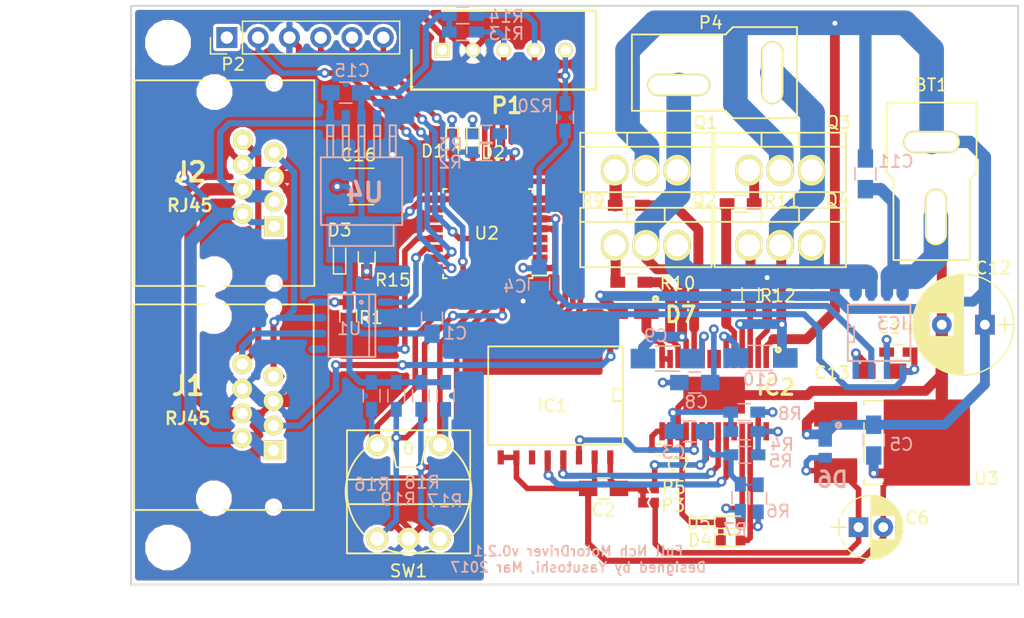
<source format=kicad_pcb>
(kicad_pcb (version 4) (host pcbnew 4.0.5)
  (layers (0 F.Cu signal) (31 B.Cu signal) (34 B.Paste user hide) (35 F.Paste user hide) (36 B.SilkS user) (37 F.SilkS user) (38 B.Mask user) (39 F.Mask user) (44 Edge.Cuts user))
  (net 0 "")
  (net 1 +24V)
  (net 2 GNDD)
  (net 3 +3V3)
  (net 4 GND)
  (net 5 /ADUM_VDD2)
  (net 6 /V5)
  (net 7 +5V)
  (net 8 PWM_H)
  (net 9 PWM_L)
  (net 10 PHASE)
  (net 11 "Net-(IC1-Pad6)")
  (net 12 "Net-(IC1-Pad11)")
  (net 13 "Net-(IC1-Pad12)")
  (net 14 "Net-(IC1-Pad13)")
  (net 15 "Net-(IC1-Pad14)")
  (net 16 "Net-(C13-Pad1)")
  (net 17 /Current)
  (net 18 "Net-(C14-Pad1)")
  (net 19 "Net-(IC2-Pad2)")
  (net 20 "Net-(J1-Pad7)")
  (net 21 +12V)
  (net 22 "Net-(J1-Pad8)")
  (net 23 "Net-(P2-Pad1)")
  (net 24 /SWCLK)
  (net 25 /SWDIO)
  (net 26 /NRST)
  (net 27 /SWO)
  (net 28 +5VL)
  (net 29 "Net-(Q1-Pad1)")
  (net 30 "Net-(C9-Pad2)")
  (net 31 "Net-(Q2-Pad1)")
  (net 32 "Net-(Q3-Pad1)")
  (net 33 "Net-(C10-Pad2)")
  (net 34 "Net-(Q4-Pad1)")
  (net 35 "Net-(R1-Pad1)")
  (net 36 "Net-(D1-Pad1)")
  (net 37 PWM)
  (net 38 "Net-(D2-Pad1)")
  (net 39 "Net-(IC2-Pad28)")
  (net 40 "Net-(D4-Pad2)")
  (net 41 "Net-(D5-Pad2)")
  (net 42 "Net-(IC2-Pad27)")
  (net 43 /ENC0_A)
  (net 44 /ENC0_B)
  (net 45 "Net-(D3-Pad2)")
  (net 46 "Net-(R16-Pad2)")
  (net 47 "Net-(R17-Pad2)")
  (net 48 "Net-(R18-Pad2)")
  (net 49 "Net-(R19-Pad2)")
  (net 50 /CAN_TXD)
  (net 51 "Net-(U1-Pad5)")
  (net 52 /CAN_RXD)
  (net 53 "Net-(U2-Pad2)")
  (net 54 "Net-(U2-Pad3)")
  (net 55 DIR[0])
  (net 56 DIR[1])
  (net 57 "Net-(U2-Pad18)")
  (net 58 "Net-(U2-Pad19)")
  (net 59 "Net-(U2-Pad20)")
  (net 60 "Net-(U2-Pad25)")
  (net 61 "Net-(U2-Pad31)")
  (net 62 "Net-(U4-Pad4)")
  (net 63 "Net-(IC2-Pad3)")
  (net 64 "Net-(IC2-Pad5)")
  (net 65 "Net-(C10-Pad1)")
  (net 66 "Net-(C8-Pad2)")
  (net 67 "Net-(C9-Pad1)")
  (net 68 "Net-(IC2-Pad10)")
  (net 69 "Net-(IC2-Pad12)")
  (net 70 "Net-(D7-Pad1)")
  (net 71 "Net-(C7-Pad1)")
  (net 72 "Net-(C7-Pad2)")
  (net 73 "Net-(IC2-Pad24)")
  (net 74 /ENC0_Z)
  (module YASU:XA_5Pin (layer F.Cu) (at 180.025 51.425 180)
    (fp_text reference P1 (at -5.25 -4.5 180) (layer F.SilkS) (effects (font (size 1.27 1.27) (thickness 0.254))))
    (fp_text value XA_5Pin hide)
    (pad 5 thru_hole circle (at -10 0 270) (size 1.2 1.2) (drill 0.8) (layers *.Cu *.Mask F.SilkS) (net 74 /ENC0_Z))
    (pad 1 thru_hole rect (at 0 0 270) (size 1.2 1.2) (drill 0.8) (layers *.Cu *.Mask F.SilkS) (net 21 +12V))
    (pad 2 thru_hole circle (at -2.5 0 270) (size 1.2 1.2) (drill 0.8) (layers *.Cu *.Mask F.SilkS) (net 4 GND))
    (pad 3 thru_hole circle (at -5 0 270) (size 1.2 1.2) (drill 0.8) (layers *.Cu *.Mask F.SilkS) (net 43 /ENC0_A))
    (pad 4 thru_hole circle (at -7.5 0 270) (size 1.2 1.2) (drill 0.8) (layers *.Cu *.Mask F.SilkS) (net 44 /ENC0_B))
  )
  (module YASU:TO-220_Neutral123_Vertical (layer F.Cu) (at 205.005 67.275)
    (fp_text reference Q4 (at 7.095 -3.675 180) (layer F.SilkS))
    (fp_text value TK100E06N1 hide)
    (pad 2 thru_hole oval (at 2.46 0 90) (size 2.49936 2.2) (drill 1.78) (layers *.Cu *.Mask F.SilkS) (net 33 "Net-(C10-Pad2)"))
    (pad 1 thru_hole oval (at -0.08 0 90) (size 2.49936 2.2) (drill 1.78) (layers *.Cu *.Mask F.SilkS) (net 34 "Net-(Q4-Pad1)"))
    (pad 3 thru_hole oval (at 5 0 90) (size 2.49936 2.2) (drill 1.78) (layers *.Cu *.Mask F.SilkS) (net 19 "Net-(IC2-Pad2)"))
  )
  (module SMD_Packages:SOIC-8-N (layer B.Cu) (at 215.49 74.39)
    (fp_text reference IC3 (at 1.023 -0.775) (layer B.SilkS) (effects (justify mirror)))
    (fp_text value ACS715)
    (pad 8 smd rect (at -1.905 3.175) (size 0.508 1.143) (layers B.Cu B.Paste B.Mask) (net 16 "Net-(C13-Pad1)"))
    (pad 7 smd rect (at -0.635 3.175) (size 0.508 1.143) (layers B.Cu B.Paste B.Mask) (net 17 /Current))
    (pad 6 smd rect (at 0.635 3.175) (size 0.508 1.143) (layers B.Cu B.Paste B.Mask) (net 18 "Net-(C14-Pad1)"))
    (pad 5 smd rect (at 1.905 3.175) (size 0.508 1.143) (layers B.Cu B.Paste B.Mask) (net 4 GND))
    (pad 4 smd rect (at 1.905 -3.175) (size 0.508 1.143) (layers B.Cu B.Paste B.Mask) (net 2 GNDD))
    (pad 3 smd rect (at 0.635 -3.175) (size 0.508 1.143) (layers B.Cu B.Paste B.Mask) (net 2 GNDD))
    (pad 2 smd rect (at -0.635 -3.175) (size 0.508 1.143) (layers B.Cu B.Paste B.Mask) (net 19 "Net-(IC2-Pad2)"))
    (pad 1 smd rect (at -1.905 -3.175) (size 0.508 1.143) (layers B.Cu B.Paste B.Mask) (net 19 "Net-(IC2-Pad2)"))
  )
  (module Power_Integrations:SO-8 (layer B.Cu) (at 172.7 73.8 270)
    (fp_text reference U1 (at 0.25 0.22 360) (layer B.SilkS) (effects (justify mirror)))
    (fp_text value MCP2551)
    (pad 1 smd oval (at -1.905 -2.794 270) (size 0.6096 1.4732) (layers B.Cu B.Paste B.Mask) (net 50 /CAN_TXD))
    (pad 2 smd oval (at -0.635 -2.794 270) (size 0.6096 1.4732) (layers B.Cu B.Paste B.Mask) (net 4 GND))
    (pad 3 smd oval (at 0.635 -2.794 270) (size 0.6096 1.4732) (layers B.Cu B.Paste B.Mask) (net 3 +3V3))
    (pad 4 smd oval (at 1.905 -2.794 270) (size 0.6096 1.4732) (layers B.Cu B.Paste B.Mask) (net 52 /CAN_RXD))
    (pad 5 smd oval (at 1.905 2.794 270) (size 0.6096 1.4732) (layers B.Cu B.Paste B.Mask) (net 51 "Net-(U1-Pad5)"))
    (pad 6 smd oval (at 0.635 2.794 270) (size 0.6096 1.4732) (layers B.Cu B.Paste B.Mask) (net 22 "Net-(J1-Pad8)"))
    (pad 7 smd oval (at -0.635 2.794 270) (size 0.6096 1.4732) (layers B.Cu B.Paste B.Mask) (net 20 "Net-(J1-Pad7)"))
    (pad 8 smd oval (at -1.905 2.794 270) (size 0.6096 1.4732) (layers B.Cu B.Paste B.Mask) (net 35 "Net-(R1-Pad1)"))
  )
  (module YASU:7810-8P8C (layer F.Cu) (at 163.8 80.425 270)
    (fp_text reference J1 (at -1.745 4.39 360) (layer F.SilkS) (effects (font (thickness 0.3048))))
    (fp_text value RJ45 (at 0.915 4.43 360) (layer F.SilkS) (effects (font (size 1.00076 1.00076) (thickness 0.2032))))
    (pad "" np_thru_hole circle (at -7.4 2.3 270) (size 2.4 2.4) (drill 2.4) (layers *.Cu *.Mask F.SilkS))
    (pad "" np_thru_hole circle (at 7.4 2.3 270) (size 2.4 2.4) (drill 2.4) (layers *.Cu *.Mask F.SilkS))
    (pad "" thru_hole circle (at -8.125 -2.54 270) (size 0.9 0.9) (drill 0.9) (layers *.Cu *.Mask F.SilkS))
    (pad "" thru_hole circle (at 8.125 -2.54 270) (size 0.9 0.9) (drill 0.9) (layers *.Cu *.Mask F.SilkS))
    (pad 7 thru_hole circle (at -2.5 -2.54 270) (size 1.6 1.6) (drill 0.9) (layers *.Cu *.Mask F.SilkS) (net 20 "Net-(J1-Pad7)"))
    (pad 5 thru_hole circle (at -0.5 -2.54 270) (size 1.6 1.6) (drill 0.9) (layers *.Cu *.Mask F.SilkS) (net 4 GND))
    (pad 3 thru_hole circle (at 1.5 -2.54 270) (size 1.6 1.6) (drill 0.9) (layers *.Cu *.Mask F.SilkS) (net 7 +5V))
    (pad 1 thru_hole rect (at 3.5 -2.54 270) (size 1.6 1.6) (drill 0.9) (layers *.Cu *.Mask F.SilkS) (net 21 +12V))
    (pad 8 thru_hole circle (at -3.5 0 270) (size 1.6 1.6) (drill 0.9) (layers *.Cu *.Mask F.SilkS) (net 22 "Net-(J1-Pad8)"))
    (pad 6 thru_hole circle (at -1.5 0 270) (size 1.6 1.6) (drill 0.9) (layers *.Cu *.Mask F.SilkS) (net 4 GND))
    (pad 4 thru_hole circle (at 0.5 0 270) (size 1.6 1.6) (drill 0.9) (layers *.Cu *.Mask F.SilkS) (net 7 +5V))
    (pad 2 thru_hole circle (at 2.5 0 270) (size 1.6 1.6) (drill 0.9) (layers *.Cu *.Mask F.SilkS) (net 21 +12V))
  )
  (module Mounting_Holes:MountingHole_3.2mm_M3 (layer F.Cu) (at 223.775 50.825)
    (fp_text reference REF** hide)
    (fp_text value MountingHole_3.2mm_M3 hide)
    (pad 1 np_thru_hole circle (at 0 0) (size 3.2 3.2) (drill 3.2) (layers *.Cu *.Mask))
  )
  (module Mounting_Holes:MountingHole_3.2mm_M3 (layer F.Cu) (at 223.775 91.825)
    (fp_text reference REF** hide)
    (fp_text value MountingHole_3.2mm_M3 hide)
    (pad 1 np_thru_hole circle (at 0 0) (size 3.2 3.2) (drill 3.2) (layers *.Cu *.Mask))
  )
  (module Mounting_Holes:MountingHole_3.2mm_M3 (layer F.Cu) (at 157.775 91.825)
    (fp_text reference REF** hide)
    (fp_text value MountingHole_3.2mm_M3 hide)
    (pad 1 np_thru_hole circle (at 0 0) (size 3.2 3.2) (drill 3.2) (layers *.Cu *.Mask))
  )
  (module YASU:XT_F (layer F.Cu) (at 206.825 53.25 180)
    (fp_text reference P4 (at 5 4.05 360) (layer F.SilkS))
    (fp_text value MOTOR)
    (pad 1 thru_hole oval (at 0 0 180) (size 1.8 5.1) (drill oval 1.5 4.8) (layers *.Cu *.Mask F.SilkS) (net 33 "Net-(C10-Pad2)"))
    (pad 2 thru_hole oval (at 7.6 -1 180) (size 5.1 1.8) (drill oval 4.8 1.5) (layers *.Cu *.Mask F.SilkS) (net 30 "Net-(C9-Pad2)"))
  )
  (module SamacSys_Parts:TUM-D2 (layer B.Cu) (at 211.11 82.634)
    (fp_text reference D6 (at 0.59 3.666) (layer B.SilkS) (effects (font (size 1.27 1.27) (thickness 0.254)) (justify mirror)))
    (fp_text value D_Schottky hide)
    (pad 1 smd rect (at 0 0) (size 1.1 2) (layers B.Cu B.Paste B.Mask) (net 1 +24V))
    (pad 2 smd rect (at 0 1.9 270) (size 0.8 1.1) (layers B.Cu B.Paste B.Mask) (net 28 +5VL))
  )
  (module Capacitors_ThroughHole:CP_Radial_D5.0mm_P2.00mm (layer F.Cu) (at 213.825 90.175)
    (fp_text reference C6 (at 4.755 -0.755) (layer F.SilkS))
    (fp_text value 4.7u)
    (pad 1 thru_hole rect (at 0 0) (size 1.6 1.6) (drill 0.8) (layers *.Cu *.Mask) (net 28 +5VL))
    (pad 2 thru_hole circle (at 2 0) (size 1.6 1.6) (drill 0.8) (layers *.Cu *.Mask) (net 2 GNDD))
  )
  (module TO_SOT_Packages_SMD:TO-252-2Lead (layer F.Cu) (at 215.66 83.289)
    (fp_text reference U3 (at 8.56 2.931) (layer F.SilkS))
    (fp_text value 7805)
    (pad 1 smd rect (at -3.7 -2.29 270) (size 2 3.5) (layers F.Cu F.Paste F.Mask) (net 1 +24V))
    (pad 3 smd rect (at -3.7 2.29 270) (size 2 3.5) (layers F.Cu F.Paste F.Mask) (net 28 +5VL))
    (pad 2 smd rect (at 3.7 0.01 270) (size 7 7) (layers F.Cu F.Paste F.Mask) (net 2 GNDD))
  )
  (module Capacitors_SMD:C_0805_HandSoldering (layer B.Cu) (at 215.05 83.1 270)
    (fp_text reference C5 (at 0.35 -2.25 360) (layer B.SilkS) (effects (justify mirror)))
    (fp_text value 0.1u)
    (pad 1 smd rect (at -1.25 0 270) (size 1.5 1.25) (layers B.Cu B.Paste B.Mask) (net 1 +24V))
    (pad 2 smd rect (at 1.25 0 270) (size 1.5 1.25) (layers B.Cu B.Paste B.Mask) (net 2 GNDD))
  )
  (module Capacitors_ThroughHole:CP_Radial_D8.0mm_P3.50mm (layer F.Cu) (at 224.075 73.725 180)
    (fp_text reference C12 (at -0.675 4.605 180) (layer F.SilkS))
    (fp_text value 470u)
    (pad 1 thru_hole rect (at 0 0 180) (size 1.6 1.6) (drill 0.8) (layers *.Cu *.Mask) (net 1 +24V))
    (pad 2 thru_hole circle (at 3.5 0 180) (size 1.6 1.6) (drill 0.8) (layers *.Cu *.Mask) (net 2 GNDD))
  )
  (module SamacSys_Parts:TUM-D2 (layer F.Cu) (at 196.6 72.7 90)
    (fp_text reference D7 (at -0.198 2.79 180) (layer F.SilkS) (effects (font (size 1.27 1.27) (thickness 0.254))))
    (fp_text value Low-Cost hide)
    (pad 1 smd rect (at 0 0 90) (size 1.1 2) (layers F.Cu F.Paste F.Mask) (net 70 "Net-(D7-Pad1)"))
    (pad 2 smd rect (at 0 -1.9 180) (size 0.8 1.1) (layers F.Cu F.Paste F.Mask) (net 1 +24V))
  )
  (module Resistors_SMD:R_0603_HandSoldering (layer B.Cu) (at 204.535 80.825 180)
    (fp_text reference R8 (at -3.715 -0.125 180) (layer B.SilkS) (effects (justify mirror)))
    (fp_text value R)
    (pad 1 smd rect (at -1.1 0 180) (size 1.2 0.9) (layers B.Cu B.Paste B.Mask) (net 42 "Net-(IC2-Pad27)"))
    (pad 2 smd rect (at 1.1 0 180) (size 1.2 0.9) (layers B.Cu B.Paste B.Mask) (net 2 GNDD))
  )
  (module Resistors_SMD:R_0603_HandSoldering (layer B.Cu) (at 204.565 84.295)
    (fp_text reference R5 (at 2.935 0.505) (layer B.SilkS) (effects (justify mirror)))
    (fp_text value 1.5k)
    (pad 1 smd rect (at -1.1 0) (size 1.2 0.9) (layers B.Cu B.Paste B.Mask) (net 6 /V5))
    (pad 2 smd rect (at 1.1 0) (size 1.2 0.9) (layers B.Cu B.Paste B.Mask) (net 39 "Net-(IC2-Pad28)"))
  )
  (module Resistors_SMD:R_0603_HandSoldering (layer B.Cu) (at 204.555 82.395 180)
    (fp_text reference R4 (at -3.045 -1.055 180) (layer B.SilkS) (effects (justify mirror)))
    (fp_text value 1k)
    (pad 1 smd rect (at -1.1 0 180) (size 1.2 0.9) (layers B.Cu B.Paste B.Mask) (net 39 "Net-(IC2-Pad28)"))
    (pad 2 smd rect (at 1.1 0 180) (size 1.2 0.9) (layers B.Cu B.Paste B.Mask) (net 2 GNDD))
  )
  (module Capacitors_SMD:C_1210_HandSoldering (layer F.Cu) (at 173.475 62.497 180)
    (fp_text reference C16 (at 0.247 2.553 180) (layer F.SilkS))
    (fp_text value 47u)
    (pad 1 smd rect (at -2 0 180) (size 2 2.5) (layers F.Cu F.Paste F.Mask) (net 4 GND))
    (pad 2 smd rect (at 2 0 180) (size 2 2.5) (layers F.Cu F.Paste F.Mask) (net 3 +3V3))
  )
  (module Resistors_SMD:R_0603_HandSoldering (layer F.Cu) (at 205.05 71.225 270)
    (fp_text reference R12 (at 0.149 -2.214 360) (layer F.SilkS))
    (fp_text value 10)
    (pad 1 smd rect (at -1.1 0 270) (size 1.2 0.9) (layers F.Cu F.Paste F.Mask) (net 34 "Net-(Q4-Pad1)"))
    (pad 2 smd rect (at 1.1 0 270) (size 1.2 0.9) (layers F.Cu F.Paste F.Mask) (net 63 "Net-(IC2-Pad3)"))
  )
  (module Resistors_SMD:R_0603_HandSoldering (layer F.Cu) (at 204.25 63.9 180)
    (fp_text reference R11 (at -3.35 0.2 180) (layer F.SilkS))
    (fp_text value 10)
    (pad 1 smd rect (at -1.1 0 180) (size 1.2 0.9) (layers F.Cu F.Paste F.Mask) (net 32 "Net-(Q3-Pad1)"))
    (pad 2 smd rect (at 1.1 0 180) (size 1.2 0.9) (layers F.Cu F.Paste F.Mask) (net 64 "Net-(IC2-Pad5)"))
  )
  (module Resistors_SMD:R_0603_HandSoldering (layer F.Cu) (at 195.375 70.275 180)
    (fp_text reference R10 (at -3.761 -0.083 180) (layer F.SilkS))
    (fp_text value 10)
    (pad 1 smd rect (at -1.1 0 180) (size 1.2 0.9) (layers F.Cu F.Paste F.Mask) (net 69 "Net-(IC2-Pad12)"))
    (pad 2 smd rect (at 1.1 0 180) (size 1.2 0.9) (layers F.Cu F.Paste F.Mask) (net 31 "Net-(Q2-Pad1)"))
  )
  (module Resistors_SMD:R_0603_HandSoldering (layer F.Cu) (at 195.175 64.025 180)
    (fp_text reference R9 (at 2.925 0.375 180) (layer F.SilkS))
    (fp_text value 10)
    (pad 1 smd rect (at -1.1 0 180) (size 1.2 0.9) (layers F.Cu F.Paste F.Mask) (net 68 "Net-(IC2-Pad10)"))
    (pad 2 smd rect (at 1.1 0 180) (size 1.2 0.9) (layers F.Cu F.Paste F.Mask) (net 29 "Net-(Q1-Pad1)"))
  )
  (module Capacitors_SMD:C_0603_HandSoldering (layer F.Cu) (at 217.05 75.95)
    (fp_text reference C14 (at -0.25 -2) (layer F.SilkS))
    (fp_text value 1000p)
    (pad 1 smd rect (at -0.95 0) (size 1.2 0.75) (layers F.Cu F.Paste F.Mask) (net 18 "Net-(C14-Pad1)"))
    (pad 2 smd rect (at 0.95 0) (size 1.2 0.75) (layers F.Cu F.Paste F.Mask) (net 4 GND))
  )
  (module Capacitors_SMD:C_0805_HandSoldering (layer F.Cu) (at 215.7 77.5)
    (fp_text reference C13 (at -4.025 0.125) (layer F.SilkS))
    (fp_text value 0.1u)
    (pad 1 smd rect (at -1.25 0) (size 1.5 1.25) (layers F.Cu F.Paste F.Mask) (net 16 "Net-(C13-Pad1)"))
    (pad 2 smd rect (at 1.25 0) (size 1.5 1.25) (layers F.Cu F.Paste F.Mask) (net 4 GND))
  )
  (module Capacitors_SMD:C_0805_HandSoldering (layer B.Cu) (at 214.376 61.468 270)
    (fp_text reference C11 (at -1.016 -2.462 360) (layer B.SilkS) (effects (justify mirror)))
    (fp_text value 0.1u)
    (pad 1 smd rect (at -1.25 0 270) (size 1.5 1.25) (layers B.Cu B.Paste B.Mask) (net 1 +24V))
    (pad 2 smd rect (at 1.25 0 270) (size 1.5 1.25) (layers B.Cu B.Paste B.Mask) (net 2 GNDD))
  )
  (module Capacitors_SMD:C_1206_HandSoldering (layer B.Cu) (at 205.875 76.425)
    (fp_text reference C10 (at 0 1.75) (layer B.SilkS) (effects (justify mirror)))
    (fp_text value 0.22u)
    (pad 1 smd rect (at -2 0) (size 2 1.6) (layers B.Cu B.Paste B.Mask) (net 65 "Net-(C10-Pad1)"))
    (pad 2 smd rect (at 2 0) (size 2 1.6) (layers B.Cu B.Paste B.Mask) (net 33 "Net-(C10-Pad2)"))
  )
  (module Capacitors_SMD:C_1206_HandSoldering (layer B.Cu) (at 198.325 76.475 180)
    (fp_text reference C9 (at 0.95 1.85 180) (layer B.SilkS) (effects (justify mirror)))
    (fp_text value 0.22u)
    (pad 1 smd rect (at -2 0 180) (size 2 1.6) (layers B.Cu B.Paste B.Mask) (net 67 "Net-(C9-Pad1)"))
    (pad 2 smd rect (at 2 0 180) (size 2 1.6) (layers B.Cu B.Paste B.Mask) (net 30 "Net-(C9-Pad2)"))
  )
  (module Capacitors_SMD:C_0805_HandSoldering (layer B.Cu) (at 200.525 78.425)
    (fp_text reference C8 (at 0.135 1.585) (layer B.SilkS) (effects (justify mirror)))
    (fp_text value 4.7u)
    (pad 1 smd rect (at -1.25 0) (size 1.5 1.25) (layers B.Cu B.Paste B.Mask) (net 2 GNDD))
    (pad 2 smd rect (at 1.25 0) (size 1.5 1.25) (layers B.Cu B.Paste B.Mask) (net 66 "Net-(C8-Pad2)"))
  )
  (module Capacitors_SMD:C_0402 (layer F.Cu) (at 197.605 83.885)
    (fp_text reference C7 (at 1.595 1.215) (layer F.SilkS))
    (fp_text value 0.47u)
    (pad 1 smd rect (at -0.55 0) (size 0.6 0.5) (layers F.Cu F.Paste F.Mask) (net 71 "Net-(C7-Pad1)"))
    (pad 2 smd rect (at 0.55 0) (size 0.6 0.5) (layers F.Cu F.Paste F.Mask) (net 72 "Net-(C7-Pad2)"))
  )
  (module SamacSys_Parts:SOP65P640X120-29N (layer F.Cu) (at 202.1 79.445 270)
    (fp_text reference IC2 (at -0.645 -5 360) (layer F.SilkS) (effects (font (size 1.27 1.27) (thickness 0.254))))
    (fp_text value A3941 hide)
    (pad 1 smd rect (at -2.938 -4.225) (size 0.45 1.475) (layers F.Cu F.Paste F.Mask) (net 1 +24V))
    (pad 2 smd rect (at -2.938 -3.575) (size 0.45 1.475) (layers F.Cu F.Paste F.Mask) (net 19 "Net-(IC2-Pad2)"))
    (pad 3 smd rect (at -2.938 -2.925) (size 0.45 1.475) (layers F.Cu F.Paste F.Mask) (net 63 "Net-(IC2-Pad3)"))
    (pad 4 smd rect (at -2.938 -2.275) (size 0.45 1.475) (layers F.Cu F.Paste F.Mask) (net 33 "Net-(C10-Pad2)"))
    (pad 5 smd rect (at -2.938 -1.625) (size 0.45 1.475) (layers F.Cu F.Paste F.Mask) (net 64 "Net-(IC2-Pad5)"))
    (pad 6 smd rect (at -2.938 -0.975) (size 0.45 1.475) (layers F.Cu F.Paste F.Mask) (net 65 "Net-(C10-Pad1)"))
    (pad 7 smd rect (at -2.938 -0.325) (size 0.45 1.475) (layers F.Cu F.Paste F.Mask) (net 66 "Net-(C8-Pad2)"))
    (pad 8 smd rect (at -2.938 0.325) (size 0.45 1.475) (layers F.Cu F.Paste F.Mask) (net 66 "Net-(C8-Pad2)"))
    (pad 9 smd rect (at -2.938 0.975) (size 0.45 1.475) (layers F.Cu F.Paste F.Mask) (net 67 "Net-(C9-Pad1)"))
    (pad 10 smd rect (at -2.938 1.625) (size 0.45 1.475) (layers F.Cu F.Paste F.Mask) (net 68 "Net-(IC2-Pad10)"))
    (pad 11 smd rect (at -2.938 2.275) (size 0.45 1.475) (layers F.Cu F.Paste F.Mask) (net 30 "Net-(C9-Pad2)"))
    (pad 12 smd rect (at -2.938 2.925) (size 0.45 1.475) (layers F.Cu F.Paste F.Mask) (net 69 "Net-(IC2-Pad12)"))
    (pad 13 smd rect (at -2.938 3.575) (size 0.45 1.475) (layers F.Cu F.Paste F.Mask) (net 70 "Net-(D7-Pad1)"))
    (pad 14 smd rect (at -2.938 4.225) (size 0.45 1.475) (layers F.Cu F.Paste F.Mask) (net 70 "Net-(D7-Pad1)"))
    (pad 15 smd rect (at 2.938 4.225) (size 0.45 1.475) (layers F.Cu F.Paste F.Mask) (net 71 "Net-(C7-Pad1)"))
    (pad 16 smd rect (at 2.938 3.575) (size 0.45 1.475) (layers F.Cu F.Paste F.Mask) (net 72 "Net-(C7-Pad2)"))
    (pad 17 smd rect (at 2.938 2.925) (size 0.45 1.475) (layers F.Cu F.Paste F.Mask) (net 2 GNDD))
    (pad 18 smd rect (at 2.938 2.275) (size 0.45 1.475) (layers F.Cu F.Paste F.Mask) (net 2 GNDD))
    (pad 19 smd rect (at 2.938 1.625) (size 0.45 1.475) (layers F.Cu F.Paste F.Mask) (net 15 "Net-(IC1-Pad14)"))
    (pad 20 smd rect (at 2.938 0.975) (size 0.45 1.475) (layers F.Cu F.Paste F.Mask) (net 6 /V5))
    (pad 21 smd rect (at 2.938 0.325) (size 0.45 1.475) (layers F.Cu F.Paste F.Mask) (net 6 /V5))
    (pad 22 smd rect (at 2.938 -0.325) (size 0.45 1.475) (layers F.Cu F.Paste F.Mask) (net 14 "Net-(IC1-Pad13)"))
    (pad 23 smd rect (at 2.938 -0.975) (size 0.45 1.475) (layers F.Cu F.Paste F.Mask) (net 13 "Net-(IC1-Pad12)"))
    (pad 24 smd rect (at 2.938 -1.625) (size 0.45 1.475) (layers F.Cu F.Paste F.Mask) (net 73 "Net-(IC2-Pad24)"))
    (pad 25 smd rect (at 2.938 -2.275) (size 0.45 1.475) (layers F.Cu F.Paste F.Mask) (net 41 "Net-(D5-Pad2)"))
    (pad 26 smd rect (at 2.938 -2.925) (size 0.45 1.475) (layers F.Cu F.Paste F.Mask) (net 40 "Net-(D4-Pad2)"))
    (pad 27 smd rect (at 2.938 -3.575) (size 0.45 1.475) (layers F.Cu F.Paste F.Mask) (net 42 "Net-(IC2-Pad27)"))
    (pad 28 smd rect (at 2.938 -4.225) (size 0.45 1.475) (layers F.Cu F.Paste F.Mask) (net 39 "Net-(IC2-Pad28)"))
    (pad 29 smd rect (at 0 0 270) (size 3 5) (layers F.Cu F.Paste F.Mask) (net 2 GNDD))
  )
  (module Resistors_SMD:R_0603_HandSoldering (layer B.Cu) (at 176.3 79.5 270)
    (fp_text reference R19 (at 8.4 -0.16 360) (layer B.SilkS) (effects (justify mirror)))
    (fp_text value 10k)
    (pad 1 smd rect (at -1.1 0 270) (size 1.2 0.9) (layers B.Cu B.Paste B.Mask) (net 3 +3V3))
    (pad 2 smd rect (at 1.1 0 270) (size 1.2 0.9) (layers B.Cu B.Paste B.Mask) (net 49 "Net-(R19-Pad2)"))
  )
  (module Resistors_SMD:R_0603_HandSoldering (layer B.Cu) (at 178.3 79.5 270)
    (fp_text reference R18 (at 7.03 -0.1 360) (layer B.SilkS) (effects (justify mirror)))
    (fp_text value 10k)
    (pad 1 smd rect (at -1.1 0 270) (size 1.2 0.9) (layers B.Cu B.Paste B.Mask) (net 3 +3V3))
    (pad 2 smd rect (at 1.1 0 270) (size 1.2 0.9) (layers B.Cu B.Paste B.Mask) (net 48 "Net-(R18-Pad2)"))
  )
  (module Resistors_SMD:R_0603_HandSoldering (layer B.Cu) (at 180.3 79.5 270)
    (fp_text reference R17 (at 8.54 0.06 360) (layer B.SilkS) (effects (justify mirror)))
    (fp_text value 10k hide)
    (pad 1 smd rect (at -1.1 0 270) (size 1.2 0.9) (layers B.Cu B.Paste B.Mask) (net 3 +3V3))
    (pad 2 smd rect (at 1.1 0 270) (size 1.2 0.9) (layers B.Cu B.Paste B.Mask) (net 47 "Net-(R17-Pad2)"))
  )
  (module Resistors_SMD:R_0603_HandSoldering (layer B.Cu) (at 174.3 79.5 270)
    (fp_text reference R16 (at 7.2 -0.02 360) (layer B.SilkS) (effects (justify mirror)))
    (fp_text value 10k)
    (pad 1 smd rect (at -1.1 0 270) (size 1.2 0.9) (layers B.Cu B.Paste B.Mask) (net 3 +3V3))
    (pad 2 smd rect (at 1.1 0 270) (size 1.2 0.9) (layers B.Cu B.Paste B.Mask) (net 46 "Net-(R16-Pad2)"))
  )
  (module robocon_pcb:PQ033EZ1HZ (layer B.Cu) (at 173.475 57.925)
    (fp_text reference U4 (at 0.261 5.067) (layer B.SilkS) (effects (font (thickness 0.3048)) (justify mirror)))
    (fp_text value 033EZ1H hide)
    (pad 5 smd rect (at 2.54052 -0.5635) (size 0.68 2.12395) (layers B.Cu B.Paste B.Mask) (net 4 GND))
    (pad 3 smd rect (at 0.00052 -0.5635) (size 0.68 2.12395) (layers B.Cu B.Paste B.Mask) (net 3 +3V3))
    (pad 4 smd rect (at 1.27052 -0.5635) (size 0.68 2.12395) (layers B.Cu B.Paste B.Mask) (net 62 "Net-(U4-Pad4)"))
    (pad 2 smd rect (at -1.26948 -0.5635) (size 0.68 2.12395) (layers B.Cu B.Paste B.Mask) (net 7 +5V))
    (pad 1 smd rect (at -2.53948 -0.5635) (size 0.68 2.12395) (layers B.Cu B.Paste B.Mask) (net 7 +5V))
    (pad 3 smd rect (at 0 8.882) (size 5.69976 3.74955) (layers B.Cu B.Paste B.Mask) (net 3 +3V3))
  )
  (module LEDs:LED_0603 (layer F.Cu) (at 203.445 89.775)
    (fp_text reference D5 (at -2.595 0.05) (layer F.SilkS))
    (fp_text value FF1)
    (pad 2 smd rect (at 0.8 0 180) (size 0.8 0.8) (layers F.Cu F.Paste F.Mask) (net 41 "Net-(D5-Pad2)"))
    (pad 1 smd rect (at -0.8 0 180) (size 0.8 0.8) (layers F.Cu F.Paste F.Mask) (net 2 GNDD))
  )
  (module LEDs:LED_0603 (layer F.Cu) (at 203.445 91.245)
    (fp_text reference D4 (at -2.495 0.005) (layer F.SilkS))
    (fp_text value FF2)
    (pad 2 smd rect (at 0.8 0 180) (size 0.8 0.8) (layers F.Cu F.Paste F.Mask) (net 40 "Net-(D4-Pad2)"))
    (pad 1 smd rect (at -0.8 0 180) (size 0.8 0.8) (layers F.Cu F.Paste F.Mask) (net 2 GNDD))
  )
  (module LEDs:LED_0603 (layer F.Cu) (at 171.7 68.3 90)
    (fp_text reference D3 (at 2.26 0.004 180) (layer F.SilkS))
    (fp_text value POWER)
    (pad 2 smd rect (at 0.8 0 270) (size 0.8 0.8) (layers F.Cu F.Paste F.Mask) (net 45 "Net-(D3-Pad2)"))
    (pad 1 smd rect (at -0.8 0 270) (size 0.8 0.8) (layers F.Cu F.Paste F.Mask) (net 4 GND))
  )
  (module LEDs:LED_0603 (layer F.Cu) (at 182.525 59.025 270)
    (fp_text reference D2 (at 0.725 -1.625 360) (layer F.SilkS))
    (fp_text value FORWARD)
    (pad 2 smd rect (at 0.8 0 90) (size 0.8 0.8) (layers F.Cu F.Paste F.Mask) (net 55 DIR[0]))
    (pad 1 smd rect (at -0.8 0 90) (size 0.8 0.8) (layers F.Cu F.Paste F.Mask) (net 38 "Net-(D2-Pad1)"))
  )
  (module LEDs:LED_0603 (layer F.Cu) (at 180.83 59.02 270)
    (fp_text reference D1 (at 0.605 1.555 360) (layer F.SilkS))
    (fp_text value REVERSE)
    (pad 2 smd rect (at 0.8 0 90) (size 0.8 0.8) (layers F.Cu F.Paste F.Mask) (net 56 DIR[1]))
    (pad 1 smd rect (at -0.8 0 90) (size 0.8 0.8) (layers F.Cu F.Paste F.Mask) (net 36 "Net-(D1-Pad1)"))
  )
  (module Housings_QFP:LQFP-32_7x7mm_Pitch0.8mm (layer F.Cu) (at 183.725 66.325 180)
    (fp_text reference U2 (at 0.083 0.031 180) (layer F.SilkS))
    (fp_text value STM32F042)
    (pad 1 smd rect (at -4.25 -2.8 180) (size 1.2 0.6) (layers F.Cu F.Paste F.Mask) (net 3 +3V3))
    (pad 2 smd rect (at -4.25 -2 180) (size 1.2 0.6) (layers F.Cu F.Paste F.Mask) (net 53 "Net-(U2-Pad2)"))
    (pad 3 smd rect (at -4.25 -1.2 180) (size 1.2 0.6) (layers F.Cu F.Paste F.Mask) (net 54 "Net-(U2-Pad3)"))
    (pad 4 smd rect (at -4.25 -0.4 180) (size 1.2 0.6) (layers F.Cu F.Paste F.Mask) (net 26 /NRST))
    (pad 5 smd rect (at -4.25 0.4 180) (size 1.2 0.6) (layers F.Cu F.Paste F.Mask) (net 3 +3V3))
    (pad 6 smd rect (at -4.25 1.2 180) (size 1.2 0.6) (layers F.Cu F.Paste F.Mask) (net 17 /Current))
    (pad 7 smd rect (at -4.25 2 180) (size 1.2 0.6) (layers F.Cu F.Paste F.Mask) (net 8 PWM_H))
    (pad 8 smd rect (at -4.25 2.8 180) (size 1.2 0.6) (layers F.Cu F.Paste F.Mask) (net 9 PWM_L))
    (pad 9 smd rect (at -2.8 4.25 270) (size 1.2 0.6) (layers F.Cu F.Paste F.Mask) (net 10 PHASE))
    (pad 10 smd rect (at -2 4.25 270) (size 1.2 0.6) (layers F.Cu F.Paste F.Mask) (net 37 PWM))
    (pad 11 smd rect (at -1.2 4.25 270) (size 1.2 0.6) (layers F.Cu F.Paste F.Mask) (net 74 /ENC0_Z))
    (pad 12 smd rect (at -0.4 4.25 270) (size 1.2 0.6) (layers F.Cu F.Paste F.Mask) (net 44 /ENC0_B))
    (pad 13 smd rect (at 0.4 4.25 270) (size 1.2 0.6) (layers F.Cu F.Paste F.Mask) (net 43 /ENC0_A))
    (pad 14 smd rect (at 1.2 4.25 270) (size 1.2 0.6) (layers F.Cu F.Paste F.Mask) (net 55 DIR[0]))
    (pad 15 smd rect (at 2 4.25 270) (size 1.2 0.6) (layers F.Cu F.Paste F.Mask) (net 56 DIR[1]))
    (pad 16 smd rect (at 2.8 4.25 270) (size 1.2 0.6) (layers F.Cu F.Paste F.Mask) (net 4 GND))
    (pad 17 smd rect (at 4.25 2.8 180) (size 1.2 0.6) (layers F.Cu F.Paste F.Mask) (net 3 +3V3))
    (pad 18 smd rect (at 4.25 2 180) (size 1.2 0.6) (layers F.Cu F.Paste F.Mask) (net 57 "Net-(U2-Pad18)"))
    (pad 19 smd rect (at 4.25 1.2 180) (size 1.2 0.6) (layers F.Cu F.Paste F.Mask) (net 58 "Net-(U2-Pad19)"))
    (pad 20 smd rect (at 4.25 0.4 180) (size 1.2 0.6) (layers F.Cu F.Paste F.Mask) (net 59 "Net-(U2-Pad20)"))
    (pad 21 smd rect (at 4.25 -0.4 180) (size 1.2 0.6) (layers F.Cu F.Paste F.Mask) (net 52 /CAN_RXD))
    (pad 22 smd rect (at 4.25 -1.2 180) (size 1.2 0.6) (layers F.Cu F.Paste F.Mask) (net 50 /CAN_TXD))
    (pad 23 smd rect (at 4.25 -2 180) (size 1.2 0.6) (layers F.Cu F.Paste F.Mask) (net 25 /SWDIO))
    (pad 24 smd rect (at 4.25 -2.8 180) (size 1.2 0.6) (layers F.Cu F.Paste F.Mask) (net 24 /SWCLK))
    (pad 25 smd rect (at 2.8 -4.25 270) (size 1.2 0.6) (layers F.Cu F.Paste F.Mask) (net 60 "Net-(U2-Pad25)"))
    (pad 26 smd rect (at 2 -4.25 270) (size 1.2 0.6) (layers F.Cu F.Paste F.Mask) (net 27 /SWO))
    (pad 27 smd rect (at 1.2 -4.25 270) (size 1.2 0.6) (layers F.Cu F.Paste F.Mask) (net 46 "Net-(R16-Pad2)"))
    (pad 28 smd rect (at 0.4 -4.25 270) (size 1.2 0.6) (layers F.Cu F.Paste F.Mask) (net 47 "Net-(R17-Pad2)"))
    (pad 29 smd rect (at -0.4 -4.25 270) (size 1.2 0.6) (layers F.Cu F.Paste F.Mask) (net 48 "Net-(R18-Pad2)"))
    (pad 30 smd rect (at -1.2 -4.25 270) (size 1.2 0.6) (layers F.Cu F.Paste F.Mask) (net 49 "Net-(R19-Pad2)"))
    (pad 31 smd rect (at -2 -4.25 270) (size 1.2 0.6) (layers F.Cu F.Paste F.Mask) (net 61 "Net-(U2-Pad31)"))
    (pad 32 smd rect (at -2.8 -4.25 270) (size 1.2 0.6) (layers F.Cu F.Paste F.Mask) (net 4 GND))
  )
  (module Resistors_SMD:R_0603_HandSoldering (layer F.Cu) (at 173.9 68.3 90)
    (fp_text reference R15 (at -1.804 2.122 180) (layer F.SilkS))
    (fp_text value 1k)
    (pad 1 smd rect (at -1.1 0 90) (size 1.2 0.9) (layers F.Cu F.Paste F.Mask) (net 3 +3V3))
    (pad 2 smd rect (at 1.1 0 90) (size 1.2 0.9) (layers F.Cu F.Paste F.Mask) (net 45 "Net-(D3-Pad2)"))
  )
  (module Resistors_SMD:R_0603_HandSoldering (layer B.Cu) (at 181.7 48.6)
    (fp_text reference R14 (at 3.53 0.08) (layer B.SilkS) (effects (justify mirror)))
    (fp_text value 10k)
    (pad 1 smd rect (at -1.1 0) (size 1.2 0.9) (layers B.Cu B.Paste B.Mask) (net 3 +3V3))
    (pad 2 smd rect (at 1.1 0) (size 1.2 0.9) (layers B.Cu B.Paste B.Mask) (net 44 /ENC0_B))
  )
  (module Resistors_SMD:R_0603_HandSoldering (layer B.Cu) (at 181.7 49.95)
    (fp_text reference R13 (at 3.54 0.13) (layer B.SilkS) (effects (justify mirror)))
    (fp_text value 10k)
    (pad 1 smd rect (at -1.1 0) (size 1.2 0.9) (layers B.Cu B.Paste B.Mask) (net 3 +3V3))
    (pad 2 smd rect (at 1.1 0) (size 1.2 0.9) (layers B.Cu B.Paste B.Mask) (net 43 /ENC0_A))
  )
  (module Resistors_SMD:R_0603_HandSoldering (layer B.Cu) (at 204.225 87.775 270)
    (fp_text reference R7 (at 2.6 0.425 360) (layer B.SilkS) (effects (justify mirror)))
    (fp_text value 1k)
    (pad 1 smd rect (at -1.1 0 270) (size 1.2 0.9) (layers B.Cu B.Paste B.Mask) (net 6 /V5))
    (pad 2 smd rect (at 1.1 0 270) (size 1.2 0.9) (layers B.Cu B.Paste B.Mask) (net 41 "Net-(D5-Pad2)"))
  )
  (module Resistors_SMD:R_0603_HandSoldering (layer B.Cu) (at 205.675 87.825 270)
    (fp_text reference R6 (at 1.05 -1.625 360) (layer B.SilkS) (effects (justify mirror)))
    (fp_text value 1k)
    (pad 1 smd rect (at -1.1 0 270) (size 1.2 0.9) (layers B.Cu B.Paste B.Mask) (net 6 /V5))
    (pad 2 smd rect (at 1.1 0 270) (size 1.2 0.9) (layers B.Cu B.Paste B.Mask) (net 40 "Net-(D4-Pad2)"))
  )
  (module Resistors_SMD:R_0603_HandSoldering (layer B.Cu) (at 183.595 58.215)
    (fp_text reference R3 (at -2.87 0.885) (layer B.SilkS) (effects (justify mirror)))
    (fp_text value 1k)
    (pad 1 smd rect (at -1.1 0) (size 1.2 0.9) (layers B.Cu B.Paste B.Mask) (net 38 "Net-(D2-Pad1)"))
    (pad 2 smd rect (at 1.1 0) (size 1.2 0.9) (layers B.Cu B.Paste B.Mask) (net 37 PWM))
  )
  (module Resistors_SMD:R_0603_HandSoldering (layer B.Cu) (at 183.595 59.705)
    (fp_text reference R2 (at -2.92 0.82) (layer B.SilkS) (effects (justify mirror)))
    (fp_text value 1k)
    (pad 1 smd rect (at -1.1 0) (size 1.2 0.9) (layers B.Cu B.Paste B.Mask) (net 36 "Net-(D1-Pad1)"))
    (pad 2 smd rect (at 1.1 0) (size 1.2 0.9) (layers B.Cu B.Paste B.Mask) (net 37 PWM))
  )
  (module Resistors_SMD:R_0603_HandSoldering (layer F.Cu) (at 172.4 73 270)
    (fp_text reference R1 (at 0.152 -1.844 360) (layer F.SilkS))
    (fp_text value 10k)
    (pad 1 smd rect (at -1.1 0 270) (size 1.2 0.9) (layers F.Cu F.Paste F.Mask) (net 35 "Net-(R1-Pad1)"))
    (pad 2 smd rect (at 1.1 0 270) (size 1.2 0.9) (layers F.Cu F.Paste F.Mask) (net 4 GND))
  )
  (module Socket_Strips:Socket_Strip_Straight_1x06_Pitch2.54mm (layer F.Cu) (at 162.55 50.4 90)
    (fp_text reference P2 (at -2.178 0.518 180) (layer F.SilkS))
    (fp_text value ST-LINK)
    (pad 1 thru_hole rect (at 0 0 90) (size 1.7 1.7) (drill 1) (layers *.Cu *.Mask) (net 23 "Net-(P2-Pad1)"))
    (pad 2 thru_hole oval (at 0 2.54 90) (size 1.7 1.7) (drill 1) (layers *.Cu *.Mask) (net 24 /SWCLK))
    (pad 3 thru_hole oval (at 0 5.08 90) (size 1.7 1.7) (drill 1) (layers *.Cu *.Mask) (net 4 GND))
    (pad 4 thru_hole oval (at 0 7.62 90) (size 1.7 1.7) (drill 1) (layers *.Cu *.Mask) (net 25 /SWDIO))
    (pad 5 thru_hole oval (at 0 10.16 90) (size 1.7 1.7) (drill 1) (layers *.Cu *.Mask) (net 26 /NRST))
    (pad 6 thru_hole oval (at 0 12.7 90) (size 1.7 1.7) (drill 1) (layers *.Cu *.Mask) (net 27 /SWO))
  )
  (module YASU:7810-8P8C (layer F.Cu) (at 163.85 62.225 270)
    (fp_text reference J2 (at -0.895 4.28 360) (layer F.SilkS) (effects (font (thickness 0.3048))))
    (fp_text value RJ45 (at 1.815 4.31 360) (layer F.SilkS) (effects (font (size 1.00076 1.00076) (thickness 0.2032))))
    (pad "" np_thru_hole circle (at -7.4 2.3 270) (size 2.4 2.4) (drill 2.4) (layers *.Cu *.Mask F.SilkS))
    (pad "" np_thru_hole circle (at 7.4 2.3 270) (size 2.4 2.4) (drill 2.4) (layers *.Cu *.Mask F.SilkS))
    (pad "" thru_hole circle (at -8.125 -2.54 270) (size 0.9 0.9) (drill 0.9) (layers *.Cu *.Mask F.SilkS))
    (pad "" thru_hole circle (at 8.125 -2.54 270) (size 0.9 0.9) (drill 0.9) (layers *.Cu *.Mask F.SilkS))
    (pad 7 thru_hole circle (at -2.5 -2.54 270) (size 1.6 1.6) (drill 0.9) (layers *.Cu *.Mask F.SilkS) (net 20 "Net-(J1-Pad7)"))
    (pad 5 thru_hole circle (at -0.5 -2.54 270) (size 1.6 1.6) (drill 0.9) (layers *.Cu *.Mask F.SilkS) (net 4 GND))
    (pad 3 thru_hole circle (at 1.5 -2.54 270) (size 1.6 1.6) (drill 0.9) (layers *.Cu *.Mask F.SilkS) (net 7 +5V))
    (pad 1 thru_hole rect (at 3.5 -2.54 270) (size 1.6 1.6) (drill 0.9) (layers *.Cu *.Mask F.SilkS) (net 21 +12V))
    (pad 8 thru_hole circle (at -3.5 0 270) (size 1.6 1.6) (drill 0.9) (layers *.Cu *.Mask F.SilkS) (net 22 "Net-(J1-Pad8)"))
    (pad 6 thru_hole circle (at -1.5 0 270) (size 1.6 1.6) (drill 0.9) (layers *.Cu *.Mask F.SilkS) (net 4 GND))
    (pad 4 thru_hole circle (at 0.5 0 270) (size 1.6 1.6) (drill 0.9) (layers *.Cu *.Mask F.SilkS) (net 7 +5V))
    (pad 2 thru_hole circle (at 2.5 0 270) (size 1.6 1.6) (drill 0.9) (layers *.Cu *.Mask F.SilkS) (net 21 +12V))
  )
  (module SMD_Packages:SO-16-W (layer F.Cu) (at 189.225 79.425 180)
    (fp_text reference IC1 (at 0.254 -0.889 180) (layer F.SilkS))
    (fp_text value ADUM1310)
    (pad 1 smd rect (at -4.445 5.08 180) (size 0.508 1.143) (layers F.Cu F.Paste F.Mask) (net 7 +5V))
    (pad 2 smd rect (at -3.175 5.08 180) (size 0.508 1.143) (layers F.Cu F.Paste F.Mask) (net 4 GND))
    (pad 3 smd rect (at -1.905 5.08 180) (size 0.508 1.143) (layers F.Cu F.Paste F.Mask) (net 10 PHASE))
    (pad 4 smd rect (at -0.635 5.08 180) (size 0.508 1.143) (layers F.Cu F.Paste F.Mask) (net 9 PWM_L))
    (pad 5 smd rect (at 0.635 5.08 180) (size 0.508 1.143) (layers F.Cu F.Paste F.Mask) (net 8 PWM_H))
    (pad 6 smd rect (at 1.905 5.08 180) (size 0.508 1.143) (layers F.Cu F.Paste F.Mask) (net 11 "Net-(IC1-Pad6)"))
    (pad 7 smd rect (at 3.175 5.08 180) (size 0.508 1.143) (layers F.Cu F.Paste F.Mask) (net 4 GND))
    (pad 8 smd rect (at 4.445 5.08 180) (size 0.508 1.143) (layers F.Cu F.Paste F.Mask) (net 4 GND))
    (pad 9 smd rect (at 4.445 -5.08 180) (size 0.508 1.143) (layers F.Cu F.Paste F.Mask) (net 2 GNDD))
    (pad 10 smd rect (at 3.175 -5.08 180) (size 0.508 1.143) (layers F.Cu F.Paste F.Mask) (net 2 GNDD))
    (pad 11 smd rect (at 1.905 -5.08 180) (size 0.508 1.143) (layers F.Cu F.Paste F.Mask) (net 12 "Net-(IC1-Pad11)"))
    (pad 12 smd rect (at 0.635 -5.08 180) (size 0.508 1.143) (layers F.Cu F.Paste F.Mask) (net 13 "Net-(IC1-Pad12)"))
    (pad 13 smd rect (at -0.635 -5.08 180) (size 0.508 1.143) (layers F.Cu F.Paste F.Mask) (net 14 "Net-(IC1-Pad13)"))
    (pad 14 smd rect (at -1.905 -5.08 180) (size 0.508 1.143) (layers F.Cu F.Paste F.Mask) (net 15 "Net-(IC1-Pad14)"))
    (pad 15 smd rect (at -3.175 -5.08 180) (size 0.508 1.143) (layers F.Cu F.Paste F.Mask) (net 2 GNDD))
    (pad 16 smd rect (at -4.445 -5.08 180) (size 0.508 1.143) (layers F.Cu F.Paste F.Mask) (net 5 /ADUM_VDD2))
  )
  (module Capacitors_SMD:C_0805_HandSoldering (layer B.Cu) (at 172.205 54.877)
    (fp_text reference C15 (at 0.515 -1.791) (layer B.SilkS) (effects (justify mirror)))
    (fp_text value 0.1u)
    (pad 1 smd rect (at -1.25 0) (size 1.5 1.25) (layers B.Cu B.Paste B.Mask) (net 7 +5V))
    (pad 2 smd rect (at 1.25 0) (size 1.5 1.25) (layers B.Cu B.Paste B.Mask) (net 3 +3V3))
  )
  (module Capacitors_SMD:C_0805_HandSoldering (layer B.Cu) (at 187.9 70.4 270)
    (fp_text reference C4 (at 0.212 1.972 360) (layer B.SilkS) (effects (justify mirror)))
    (fp_text value 0.1u)
    (pad 1 smd rect (at -1.25 0 270) (size 1.5 1.25) (layers B.Cu B.Paste B.Mask) (net 3 +3V3))
    (pad 2 smd rect (at 1.25 0 270) (size 1.5 1.25) (layers B.Cu B.Paste B.Mask) (net 4 GND))
  )
  (module Capacitors_SMD:C_0805_HandSoldering (layer B.Cu) (at 200.105 82.395 180)
    (fp_text reference C3 (at 1.305 -1.68 180) (layer B.SilkS) (effects (justify mirror)))
    (fp_text value 0.1u)
    (pad 1 smd rect (at -1.25 0 180) (size 1.5 1.25) (layers B.Cu B.Paste B.Mask) (net 6 /V5))
    (pad 2 smd rect (at 1.25 0 180) (size 1.5 1.25) (layers B.Cu B.Paste B.Mask) (net 2 GNDD))
  )
  (module Capacitors_SMD:C_0805_HandSoldering (layer F.Cu) (at 193.125 87.025 180)
    (fp_text reference C2 (at 0 -1.75 180) (layer F.SilkS))
    (fp_text value 0.1u)
    (pad 1 smd rect (at -1.25 0 180) (size 1.5 1.25) (layers F.Cu F.Paste F.Mask) (net 5 /ADUM_VDD2))
    (pad 2 smd rect (at 1.25 0 180) (size 1.5 1.25) (layers F.Cu F.Paste F.Mask) (net 2 GNDD))
  )
  (module Capacitors_SMD:C_0805_HandSoldering (layer B.Cu) (at 179.2 73.2 90)
    (fp_text reference C1 (at -1.222 1.902 180) (layer B.SilkS) (effects (justify mirror)))
    (fp_text value 0.1u)
    (pad 1 smd rect (at -1.25 0 90) (size 1.5 1.25) (layers B.Cu B.Paste B.Mask) (net 3 +3V3))
    (pad 2 smd rect (at 1.25 0 90) (size 1.5 1.25) (layers B.Cu B.Paste B.Mask) (net 4 GND))
  )
  (module YASU:XT_M (layer F.Cu) (at 219.75 58.875 270)
    (fp_text reference BT1 (at -4.625 0.03 360) (layer F.SilkS))
    (fp_text value Battery)
    (pad 1 thru_hole oval (at 0 0 270) (size 1.8 4.6) (drill oval 1.5 4.3) (layers *.Cu *.Mask F.SilkS) (net 1 +24V))
    (pad 2 thru_hole oval (at 6.1 -0.35 270) (size 4.6 1.8) (drill oval 4.3 1.5) (layers *.Cu *.Mask F.SilkS) (net 2 GNDD))
  )
  (module YASU:RotarySW (layer F.Cu) (at 177.3 87.3)
    (fp_text reference SW1 (at -0.008 6.426) (layer F.SilkS))
    (fp_text value SW_ROTARY)
    (fp_text user 0 (at 0 -3.5) (layer F.SilkS))
    (pad 2 thru_hole circle (at 2.54 -3.81) (size 1.778 1.778) (drill 1.143) (layers *.Cu *.Mask F.SilkS) (net 47 "Net-(R17-Pad2)"))
    (pad 1 thru_hole circle (at -2.54 -3.81) (size 1.778 1.778) (drill 1.143) (layers *.Cu *.Mask F.SilkS) (net 46 "Net-(R16-Pad2)"))
    (pad 5 thru_hole circle (at -2.54 3.81) (size 1.778 1.778) (drill 1.143) (layers *.Cu *.Mask F.SilkS) (net 49 "Net-(R19-Pad2)"))
    (pad 4 thru_hole circle (at 0 3.81) (size 1.778 1.778) (drill 1.143) (layers *.Cu *.Mask F.SilkS) (net 4 GND))
    (pad 3 thru_hole circle (at 2.54 3.81) (size 1.778 1.778) (drill 1.143) (layers *.Cu *.Mask F.SilkS) (net 48 "Net-(R18-Pad2)"))
  )
  (module Mounting_Holes:MountingHole_3.2mm_M3 (layer F.Cu) (at 157.775 50.825)
    (fp_text reference REF** hide)
    (fp_text value MountingHole_3.2mm_M3 hide)
    (pad 1 np_thru_hole circle (at 0 0) (size 3.2 3.2) (drill 3.2) (layers *.Cu *.Mask))
  )
  (module YASU:solder_pad (layer F.Cu) (at 196.775 88.175)
    (fp_text reference P3 (at 2 0.225) (layer F.SilkS))
    (fp_text value SEL_5V hide)
    (pad 2 smd trapezoid (at 0.24 -0.2 180) (size 0.2 0.4) (rect_delta 0 -0.199999) (layers F.Cu F.Paste F.Mask) (net 28 +5VL))
    (pad 2 smd trapezoid (at 0.24 0.2) (size 0.2 0.4) (rect_delta 0 -0.199999) (layers F.Cu F.Paste F.Mask) (net 28 +5VL))
    (pad 2 smd rect (at 0.54 0) (size 0.6 0.8) (layers F.Cu F.Paste F.Mask) (net 28 +5VL))
    (pad 1 smd trapezoid (at -0.14 -0.2) (size 0.2 0.4) (rect_delta 0 -0.199999) (layers F.Cu F.Paste F.Mask) (net 5 /ADUM_VDD2))
    (pad 1 smd trapezoid (at -0.14 0.2 180) (size 0.2 0.4) (rect_delta 0 -0.199999) (layers F.Cu F.Paste F.Mask) (net 5 /ADUM_VDD2))
    (pad 1 smd rect (at -0.49 0 180) (size 0.7 0.8) (layers F.Cu F.Paste F.Mask) (net 5 /ADUM_VDD2))
  )
  (module YASU:solder_pad (layer F.Cu) (at 196.775 87.025)
    (fp_text reference P5 (at 2.05 -0.075) (layer F.SilkS))
    (fp_text value SEL_5V hide)
    (pad 2 smd trapezoid (at 0.24 -0.2 180) (size 0.2 0.4) (rect_delta 0 -0.199999) (layers F.Cu F.Paste F.Mask) (net 6 /V5))
    (pad 2 smd trapezoid (at 0.24 0.2) (size 0.2 0.4) (rect_delta 0 -0.199999) (layers F.Cu F.Paste F.Mask) (net 6 /V5))
    (pad 2 smd rect (at 0.54 0) (size 0.6 0.8) (layers F.Cu F.Paste F.Mask) (net 6 /V5))
    (pad 1 smd trapezoid (at -0.14 -0.2) (size 0.2 0.4) (rect_delta 0 -0.199999) (layers F.Cu F.Paste F.Mask) (net 5 /ADUM_VDD2))
    (pad 1 smd trapezoid (at -0.14 0.2 180) (size 0.2 0.4) (rect_delta 0 -0.199999) (layers F.Cu F.Paste F.Mask) (net 5 /ADUM_VDD2))
    (pad 1 smd rect (at -0.49 0 180) (size 0.7 0.8) (layers F.Cu F.Paste F.Mask) (net 5 /ADUM_VDD2))
  )
  (module Resistors_SMD:R_0603_HandSoldering (layer B.Cu) (at 190 56.875 90)
    (fp_text reference R20 (at 0.925 -2.425 180) (layer B.SilkS) (effects (justify mirror)))
    (fp_text value 10k)
    (pad 1 smd rect (at -1.1 0 90) (size 1.2 0.9) (layers B.Cu B.Paste B.Mask) (net 3 +3V3))
    (pad 2 smd rect (at 1.1 0 90) (size 1.2 0.9) (layers B.Cu B.Paste B.Mask) (net 74 /ENC0_Z))
  )
  (module YASU:TO-220_Neutral123_Vertical (layer F.Cu) (at 205.005 61.175)
    (fp_text reference Q3 (at 7.195 -3.875 180) (layer F.SilkS))
    (fp_text value TK100E06N1 hide)
    (pad 2 thru_hole oval (at 2.46 0 90) (size 2.49936 2.2) (drill 1.78) (layers *.Cu *.Mask F.SilkS) (net 1 +24V))
    (pad 1 thru_hole oval (at -0.08 0 90) (size 2.49936 2.2) (drill 1.78) (layers *.Cu *.Mask F.SilkS) (net 32 "Net-(Q3-Pad1)"))
    (pad 3 thru_hole oval (at 5 0 90) (size 2.49936 2.2) (drill 1.78) (layers *.Cu *.Mask F.SilkS) (net 33 "Net-(C10-Pad2)"))
  )
  (module YASU:TO-220_Neutral123_Vertical (layer F.Cu) (at 194.105 67.275)
    (fp_text reference Q2 (at 7.195 -3.675 180) (layer F.SilkS))
    (fp_text value TK100E06N1 hide)
    (pad 2 thru_hole oval (at 2.46 0 90) (size 2.49936 2.2) (drill 1.78) (layers *.Cu *.Mask F.SilkS) (net 30 "Net-(C9-Pad2)"))
    (pad 1 thru_hole oval (at -0.08 0 90) (size 2.49936 2.2) (drill 1.78) (layers *.Cu *.Mask F.SilkS) (net 31 "Net-(Q2-Pad1)"))
    (pad 3 thru_hole oval (at 5 0 90) (size 2.49936 2.2) (drill 1.78) (layers *.Cu *.Mask F.SilkS) (net 19 "Net-(IC2-Pad2)"))
  )
  (module YASU:TO-220_Neutral123_Vertical (layer F.Cu) (at 194.105 61.175)
    (fp_text reference Q1 (at 7.295 -3.875 180) (layer F.SilkS))
    (fp_text value TK100E06N1 hide)
    (pad 2 thru_hole oval (at 2.46 0 90) (size 2.49936 2.2) (drill 1.78) (layers *.Cu *.Mask F.SilkS) (net 1 +24V))
    (pad 1 thru_hole oval (at -0.08 0 90) (size 2.49936 2.2) (drill 1.78) (layers *.Cu *.Mask F.SilkS) (net 29 "Net-(Q1-Pad1)"))
    (pad 3 thru_hole oval (at 5 0 90) (size 2.49936 2.2) (drill 1.78) (layers *.Cu *.Mask F.SilkS) (net 30 "Net-(C9-Pad2)"))
  )
  (gr_text "Full Nch MotorDriver v0.2.1\nDesigned by Yasutoshi, Mar 2017" (at 191.075 92.775) (layer B.SilkS) (effects (font (size 0.8128 0.8128)) (justify mirror)))
  (gr_line (start 154.775 47.825) (end 226.775 47.825) (angle 90) (layer Edge.Cuts) (width 0.15))
  (gr_line (start 226.775 47.825) (end 226.775 94.825) (angle 90) (layer Edge.Cuts) (width 0.15))
  (gr_line (start 226.775 94.825) (end 154.775 94.825) (angle 90) (layer Edge.Cuts) (width 0.15))
  (gr_line (start 154.775 94.825) (end 154.775 47.825) (angle 90) (layer Edge.Cuts) (width 0.15))
  (segment (start 205.665 84.295) (end 205.665 84.215) (width 0.2032) (layer F.Cu) (net 0))
  (segment (start 211.11 82.634) (end 209.641 82.634) (width 0.8) (layer B.Cu) (net 1))
  (segment (start 209.625 81.625) (end 210.251 80.999) (width 0.8) (layer F.Cu) (net 1))
  (segment (start 209.625 82.65) (end 209.625 81.625) (width 0.8) (layer F.Cu) (net 1))
  (via (at 209.625 82.65) (size 0.8) (drill 0.4) (layers F.Cu B.Cu) (net 1))
  (segment (start 209.641 82.634) (end 209.625 82.65) (width 0.8) (layer B.Cu) (net 1))
  (segment (start 223.05 71.85) (end 223.125 71.85) (width 0.8) (layer B.Cu) (net 1))
  (segment (start 213 72.45) (end 218.95 72.45) (width 0.8) (layer B.Cu) (net 1))
  (segment (start 218.95 72.45) (end 219.55 71.85) (width 0.8) (layer B.Cu) (net 1))
  (segment (start 219.55 71.85) (end 223.05 71.85) (width 0.8) (layer B.Cu) (net 1))
  (segment (start 211.947598 71.397598) (end 213 72.45) (width 0.8) (layer B.Cu) (net 1))
  (segment (start 192.897598 71.397598) (end 211.947598 71.397598) (width 0.8) (layer B.Cu) (net 1))
  (segment (start 192.85 71.35) (end 192.897598 71.397598) (width 0.8) (layer B.Cu) (net 1))
  (via (at 192.85 71.35) (size 0.8) (drill 0.4) (layers F.Cu B.Cu) (net 1))
  (segment (start 194.2 72.7) (end 192.85 71.35) (width 0.8) (layer F.Cu) (net 1))
  (segment (start 194.7 72.7) (end 194.2 72.7) (width 0.8) (layer F.Cu) (net 1))
  (segment (start 223.125 71.85) (end 224.075 70.9) (width 0.8) (layer B.Cu) (net 1))
  (segment (start 215.05 81.85) (end 220.8 81.85) (width 0.8) (layer B.Cu) (net 1))
  (segment (start 223 79.65) (end 224.075 78.575) (width 0.8) (layer B.Cu) (net 1))
  (segment (start 224.075 78.575) (end 224.075 73.725) (width 0.8) (layer B.Cu) (net 1))
  (segment (start 220.8 81.85) (end 223 79.65) (width 0.8) (layer B.Cu) (net 1))
  (segment (start 215.05 81.85) (end 211.894 81.85) (width 0.8) (layer B.Cu) (net 1))
  (segment (start 211.894 81.85) (end 211.11 82.634) (width 0.8) (layer B.Cu) (net 1))
  (segment (start 214.376 60.218) (end 214.376 49.376) (width 1) (layer B.Cu) (net 1))
  (segment (start 214.376 49.376) (end 214.2 49.2) (width 1) (layer B.Cu) (net 1))
  (segment (start 211.9 49.24) (end 211.9 72.6) (width 0.8) (layer F.Cu) (net 1))
  (segment (start 206.325 75.475) (end 206.325 76.507) (width 0.45) (layer F.Cu) (net 1))
  (segment (start 206.325 75.475) (end 206.9 74.9) (width 0.45) (layer F.Cu) (net 1))
  (segment (start 209.6 74.9) (end 211.9 72.6) (width 0.8) (layer F.Cu) (net 1))
  (segment (start 206.9 74.9) (end 209.6 74.9) (width 0.8) (layer F.Cu) (net 1))
  (via (at 211.9 49.24) (size 0.8) (drill 0.4) (layers F.Cu B.Cu) (net 1))
  (segment (start 211.9 49.24) (end 211.9 49.2) (width 0.8) (layer B.Cu) (net 1))
  (segment (start 211.9 49.2) (end 211.9 49.24) (width 0.8) (layer B.Cu) (net 1))
  (segment (start 211.9 49.24) (end 211.9 49.2) (width 0.8) (layer B.Cu) (net 1))
  (segment (start 214.2 49.2) (end 211.9 49.2) (width 2) (layer B.Cu) (net 1))
  (segment (start 211.9 49.2) (end 203.8 49.2) (width 2) (layer B.Cu) (net 1))
  (segment (start 203.825 55.805) (end 203.825 49.2) (width 2) (layer B.Cu) (net 1))
  (segment (start 207.545 59.525) (end 203.825 55.805) (width 2) (layer B.Cu) (net 1))
  (segment (start 203.8 49.89) (end 203.8 49.2) (width 2) (layer B.Cu) (net 1))
  (segment (start 203.825 49.2) (end 203.8 49.225) (width 2) (layer B.Cu) (net 1))
  (segment (start 219.75 58.875) (end 219.75 51.375) (width 2) (layer B.Cu) (net 1))
  (segment (start 219.75 51.375) (end 217.575 49.2) (width 2) (layer B.Cu) (net 1))
  (segment (start 217.575 49.2) (end 214.2 49.2) (width 2) (layer B.Cu) (net 1))
  (segment (start 203.8 49.2) (end 197.3 49.2) (width 2) (layer B.Cu) (net 1))
  (segment (start 197.3 49.2) (end 195.075 51.425) (width 2) (layer B.Cu) (net 1))
  (segment (start 195.075 51.425) (end 195.075 57.75) (width 2) (layer B.Cu) (net 1))
  (segment (start 195.075 57.75) (end 196.645 59.32) (width 2) (layer B.Cu) (net 1))
  (segment (start 224.075 73.725) (end 224.075 72.875) (width 1) (layer B.Cu) (net 1))
  (segment (start 224.075 72.875) (end 224.075 70.9) (width 1) (layer B.Cu) (net 1))
  (segment (start 224.075 70.9) (end 224.075 60.095) (width 1) (layer B.Cu) (net 1))
  (segment (start 222.855 58.875) (end 219.75 58.875) (width 1) (layer B.Cu) (net 1))
  (segment (start 224.075 60.095) (end 222.855 58.875) (width 1) (layer B.Cu) (net 1))
  (segment (start 196.645 59.32) (end 196.645 61.175) (width 2) (layer B.Cu) (net 1))
  (segment (start 207.545 61.175) (end 207.545 59.525) (width 2) (layer B.Cu) (net 1))
  (segment (start 215.825 86.834) (end 219.36 83.299) (width 0.45) (layer F.Cu) (net 2))
  (segment (start 215.05 84.35) (end 215.05 85.8) (width 0.8) (layer B.Cu) (net 2))
  (segment (start 215.05 85.8) (end 216.859 85.8) (width 0.8) (layer F.Cu) (net 2))
  (via (at 215.05 85.8) (size 0.8) (drill 0.4) (layers F.Cu B.Cu) (net 2))
  (segment (start 218.52 69.825) (end 220.1 68.245) (width 2) (layer B.Cu) (net 2))
  (segment (start 216.6 69.825) (end 216.662 69.825) (width 2) (layer B.Cu) (net 2))
  (segment (start 218.52 69.825) (end 216.662 69.825) (width 2) (layer B.Cu) (net 2))
  (segment (start 220.1 68.245) (end 220.1 64.975) (width 2) (layer B.Cu) (net 2))
  (segment (start 208.65 79.445) (end 209.68 79.445) (width 0.8) (layer F.Cu) (net 2))
  (segment (start 220.575 77.775) (end 220.575 77.425) (width 0.8) (layer F.Cu) (net 2))
  (segment (start 219.25 79.1) (end 220.575 77.775) (width 0.8) (layer F.Cu) (net 2))
  (segment (start 210.025 79.1) (end 219.25 79.1) (width 0.8) (layer F.Cu) (net 2))
  (segment (start 209.68 79.445) (end 210.025 79.1) (width 0.8) (layer F.Cu) (net 2))
  (segment (start 207.95 79.445) (end 208.65 79.445) (width 0.8) (layer F.Cu) (net 2))
  (segment (start 220.575 77.425) (end 220.575 77.425) (width 0.8) (layer F.Cu) (net 2))
  (segment (start 220.575 73.725) (end 220.575 65.45) (width 0.8) (layer F.Cu) (net 2))
  (segment (start 220.575 65.45) (end 220.1 64.975) (width 0.8) (layer F.Cu) (net 2))
  (segment (start 214.376 62.718) (end 215.626 62.718) (width 1) (layer B.Cu) (net 2))
  (segment (start 216.662 63.754) (end 216.662 69.6) (width 1) (layer B.Cu) (net 2))
  (segment (start 215.626 62.718) (end 216.662 63.754) (width 1) (layer B.Cu) (net 2))
  (segment (start 217.395 71.215) (end 217.395 69.6) (width 1) (layer B.Cu) (net 2))
  (segment (start 216.125 71.215) (end 216.125 69.6) (width 1) (layer B.Cu) (net 2))
  (segment (start 218.286 82.225) (end 219.36 83.299) (width 0.5) (layer F.Cu) (net 2))
  (segment (start 191.875 87.025) (end 186.925 87.025) (width 0.45) (layer F.Cu) (net 2))
  (segment (start 186.05 86.15) (end 186.05 84.505) (width 0.45) (layer F.Cu) (net 2))
  (segment (start 186.925 87.025) (end 186.05 86.15) (width 0.45) (layer F.Cu) (net 2))
  (segment (start 184.78 84.505) (end 186.05 84.505) (width 0.45) (layer F.Cu) (net 2))
  (segment (start 202.1 79.445) (end 207.95 79.445) (width 0.8) (layer F.Cu) (net 2))
  (segment (start 194.6 92.9) (end 193.3 92.9) (width 0.5) (layer F.Cu) (net 2))
  (segment (start 191.875 91.475) (end 191.875 90.875) (width 0.5) (layer F.Cu) (net 2))
  (segment (start 193.3 92.9) (end 191.875 91.475) (width 0.5) (layer F.Cu) (net 2))
  (segment (start 215.825 90.175) (end 215.825 91.075) (width 0.5) (layer F.Cu) (net 2))
  (segment (start 191.875 90.875) (end 191.875 87.025) (width 0.5) (layer F.Cu) (net 2))
  (segment (start 214 92.9) (end 194.6 92.9) (width 0.5) (layer F.Cu) (net 2))
  (segment (start 215.825 91.075) (end 214 92.9) (width 0.5) (layer F.Cu) (net 2))
  (segment (start 220.575 73.725) (end 220.575 75.425) (width 1) (layer F.Cu) (net 2))
  (segment (start 220.575 75.425) (end 220.575 76.7) (width 1) (layer F.Cu) (net 2))
  (segment (start 220.575 76.7) (end 220.575 77.425) (width 1) (layer F.Cu) (net 2))
  (segment (start 220.575 77.425) (end 220.575 82.084) (width 1) (layer F.Cu) (net 2))
  (segment (start 220.575 82.084) (end 219.36 83.299) (width 1) (layer F.Cu) (net 2))
  (segment (start 199.5 82.383) (end 199.5 89.1) (width 0.45) (layer F.Cu) (net 2))
  (segment (start 199.5 89.1) (end 200.175 89.775) (width 0.45) (layer F.Cu) (net 2))
  (segment (start 200.175 89.775) (end 202.645 89.775) (width 0.45) (layer F.Cu) (net 2))
  (segment (start 215.825 90.175) (end 215.825 86.834) (width 0.45) (layer F.Cu) (net 2))
  (segment (start 199.175 81.525) (end 199.175 80.425) (width 0.45) (layer F.Cu) (net 2))
  (segment (start 199.175 80.425) (end 200.155 79.445) (width 0.45) (layer F.Cu) (net 2))
  (segment (start 200.155 79.445) (end 202.1 79.445) (width 0.2032) (layer F.Cu) (net 2))
  (segment (start 201.015 79.445) (end 202.1 79.445) (width 0.2032) (layer F.Cu) (net 2))
  (segment (start 199.275 78.425) (end 197.925 78.425) (width 0.45) (layer B.Cu) (net 2))
  (segment (start 197.925 78.425) (end 201.08 78.425) (width 0.45) (layer F.Cu) (net 2))
  (via (at 197.925 78.425) (size 0.8) (drill 0.4) (layers F.Cu B.Cu) (net 2))
  (segment (start 201.08 78.425) (end 202.1 79.445) (width 0.2032) (layer F.Cu) (net 2))
  (segment (start 192.4 84.505) (end 192.4 86.5) (width 0.45) (layer F.Cu) (net 2))
  (segment (start 192.4 86.5) (end 191.875 87.025) (width 0.45) (layer F.Cu) (net 2))
  (segment (start 202.645 89.775) (end 202.645 91.245) (width 0.45) (layer F.Cu) (net 2))
  (segment (start 198.765 80.875) (end 198.765 82.305) (width 0.45) (layer B.Cu) (net 2))
  (segment (start 198.765 82.305) (end 198.855 82.395) (width 0.2032) (layer B.Cu) (net 2))
  (segment (start 199.175 82.383) (end 199.175 81.525) (width 0.45) (layer F.Cu) (net 2))
  (segment (start 199.175 81.525) (end 199.175 81.285) (width 0.2032) (layer F.Cu) (net 2))
  (segment (start 198.815 80.825) (end 203.435 80.825) (width 0.45) (layer B.Cu) (net 2))
  (segment (start 198.765 80.875) (end 198.815 80.825) (width 0.2032) (layer B.Cu) (net 2))
  (via (at 198.765 80.875) (size 0.8) (drill 0.4) (layers F.Cu B.Cu) (net 2))
  (segment (start 199.175 81.285) (end 198.765 80.875) (width 0.2032) (layer F.Cu) (net 2))
  (segment (start 203.455 82.395) (end 203.455 80.845) (width 0.45) (layer B.Cu) (net 2))
  (segment (start 203.455 80.845) (end 203.435 80.825) (width 0.2032) (layer B.Cu) (net 2))
  (segment (start 203.465 82.405) (end 203.455 82.395) (width 0.2032) (layer B.Cu) (net 2))
  (segment (start 199.825 82.383) (end 199.5 82.383) (width 0.2032) (layer F.Cu) (net 2))
  (segment (start 199.5 82.383) (end 199.475 82.383) (width 0.2032) (layer F.Cu) (net 2))
  (segment (start 199.475 82.383) (end 199.175 82.383) (width 0.2032) (layer F.Cu) (net 2))
  (segment (start 180.6 49.95) (end 180.6 48.6) (width 0.45) (layer B.Cu) (net 3))
  (segment (start 187.9 69.15) (end 187.9 61.125) (width 0.45) (layer B.Cu) (net 3))
  (segment (start 190 59.025) (end 190 57.975) (width 0.45) (layer B.Cu) (net 3))
  (segment (start 187.9 61.125) (end 190 59.025) (width 0.45) (layer B.Cu) (net 3))
  (segment (start 176.36 65.18) (end 175.102 65.18) (width 0.5) (layer B.Cu) (net 3))
  (segment (start 175.102 65.18) (end 173.475 66.807) (width 0.5) (layer B.Cu) (net 3))
  (segment (start 179.475 63.525) (end 178.375 63.525) (width 0.5) (layer F.Cu) (net 3))
  (segment (start 176.72 65.18) (end 176.36 65.18) (width 0.5) (layer B.Cu) (net 3))
  (segment (start 176.36 65.18) (end 176.33 65.18) (width 0.5) (layer B.Cu) (net 3))
  (segment (start 177.4 64.5) (end 176.72 65.18) (width 0.5) (layer B.Cu) (net 3))
  (via (at 177.4 64.5) (size 0.8) (drill 0.4) (layers F.Cu B.Cu) (net 3))
  (segment (start 178.375 63.525) (end 177.4 64.5) (width 0.5) (layer F.Cu) (net 3))
  (segment (start 179.475 63.525) (end 182.425 63.525) (width 0.5) (layer F.Cu) (net 3))
  (segment (start 184.825 65.925) (end 187.975 65.925) (width 0.5) (layer F.Cu) (net 3))
  (segment (start 182.425 63.525) (end 184.825 65.925) (width 0.5) (layer F.Cu) (net 3))
  (via (at 173.9 69.4) (size 0.8) (drill 0.4) (layers F.Cu B.Cu) (net 3))
  (segment (start 173.9 69.4) (end 173.9 67.232) (width 0.5) (layer B.Cu) (net 3))
  (segment (start 173.9 67.232) (end 173.475 66.807) (width 0.5) (layer B.Cu) (net 3))
  (segment (start 173.455 54.877) (end 176.523 54.877) (width 0.5) (layer B.Cu) (net 3))
  (segment (start 179.7 48.6) (end 180.6 48.6) (width 0.5) (layer B.Cu) (net 3))
  (segment (start 178.7 49.6) (end 179.7 48.6) (width 0.5) (layer B.Cu) (net 3))
  (segment (start 178.7 52.7) (end 178.7 49.6) (width 0.5) (layer B.Cu) (net 3))
  (segment (start 176.523 54.877) (end 178.7 52.7) (width 0.5) (layer B.Cu) (net 3))
  (segment (start 172.5 73.3) (end 172.5 77.5) (width 0.5) (layer B.Cu) (net 3))
  (segment (start 173.4 78.4) (end 174.3 78.4) (width 0.5) (layer B.Cu) (net 3))
  (segment (start 172.5 77.5) (end 173.4 78.4) (width 0.5) (layer B.Cu) (net 3))
  (segment (start 175.494 74.435) (end 173.435 74.435) (width 0.5) (layer B.Cu) (net 3))
  (segment (start 172.5 73.5) (end 172.5 73.3) (width 0.5) (layer B.Cu) (net 3))
  (segment (start 172.5 73.3) (end 172.5 67.782) (width 0.5) (layer B.Cu) (net 3))
  (segment (start 173.435 74.435) (end 172.5 73.5) (width 0.5) (layer B.Cu) (net 3))
  (segment (start 172.5 67.782) (end 173.475 66.807) (width 0.5) (layer B.Cu) (net 3))
  (segment (start 173.47552 57.3615) (end 173.475 57.36202) (width 0.5) (layer B.Cu) (net 3))
  (segment (start 173.475 57.36202) (end 173.475 66.807) (width 0.5) (layer B.Cu) (net 3))
  (segment (start 173.47552 57.3615) (end 173.455 57.34098) (width 0.5) (layer B.Cu) (net 3))
  (segment (start 173.455 57.34098) (end 173.455 54.877) (width 0.5) (layer B.Cu) (net 3))
  (segment (start 175.494 74.435) (end 179.185 74.435) (width 0.5) (layer B.Cu) (net 3))
  (segment (start 179.185 74.435) (end 179.2 74.45) (width 0.5) (layer B.Cu) (net 3))
  (segment (start 180.3 78.4) (end 178.3 78.4) (width 0.5) (layer B.Cu) (net 3))
  (segment (start 178.3 78.4) (end 176.3 78.4) (width 0.5) (layer B.Cu) (net 3))
  (segment (start 176.3 78.4) (end 174.3 78.4) (width 0.5) (layer B.Cu) (net 3))
  (segment (start 186.6 69.1) (end 186.65 69.15) (width 0.45) (layer B.Cu) (net 3))
  (segment (start 186.625 69.125) (end 186.6 69.1) (width 0.45) (layer F.Cu) (net 3))
  (via (at 186.6 69.1) (size 0.8) (drill 0.4) (layers F.Cu B.Cu) (net 3))
  (segment (start 187.975 69.125) (end 186.625 69.125) (width 0.45) (layer F.Cu) (net 3))
  (segment (start 186.65 69.15) (end 187.9 69.15) (width 0.45) (layer B.Cu) (net 3))
  (segment (start 173.475 66.807) (end 173.475 63.675) (width 0.45) (layer B.Cu) (net 3))
  (segment (start 171.5 62.5) (end 171.497 62.497) (width 0.45) (layer F.Cu) (net 3))
  (via (at 171.5 62.5) (size 0.8) (drill 0.4) (layers F.Cu B.Cu) (net 3))
  (segment (start 172.3 62.5) (end 171.5 62.5) (width 0.45) (layer B.Cu) (net 3))
  (segment (start 173.475 63.675) (end 172.3 62.5) (width 0.45) (layer B.Cu) (net 3))
  (segment (start 171.497 62.497) (end 171.475 62.497) (width 0.45) (layer F.Cu) (net 3))
  (segment (start 187.975 69.125) (end 188.975 69.125) (width 0.5) (layer F.Cu) (net 3))
  (segment (start 189.2 68.9) (end 189.2 68.2) (width 0.5) (layer F.Cu) (net 3))
  (segment (start 188.975 69.125) (end 189.2 68.9) (width 0.5) (layer F.Cu) (net 3))
  (segment (start 187.975 65.925) (end 188.925 65.925) (width 0.5) (layer F.Cu) (net 3))
  (segment (start 189.2 66.2) (end 189.2 68.2) (width 0.5) (layer F.Cu) (net 3))
  (segment (start 188.925 65.925) (end 189.2 66.2) (width 0.5) (layer F.Cu) (net 3))
  (segment (start 188.675 69.125) (end 187.975 69.125) (width 0.45) (layer F.Cu) (net 3))
  (segment (start 189.2 68.2) (end 189.2 68.6) (width 0.45) (layer F.Cu) (net 3))
  (segment (start 212.85 78.8) (end 210.625 76.575) (width 0.5) (layer B.Cu) (net 4))
  (segment (start 210.625 74.1) (end 209.397598 72.872598) (width 0.5) (layer B.Cu) (net 4))
  (segment (start 210.625 76.575) (end 210.625 74.1) (width 0.5) (layer B.Cu) (net 4))
  (segment (start 217.395 77.565) (end 217.395 78.23) (width 0.5) (layer B.Cu) (net 4))
  (segment (start 216.825 78.8) (end 212.85 78.8) (width 0.5) (layer B.Cu) (net 4))
  (segment (start 217.395 78.23) (end 216.825 78.8) (width 0.5) (layer B.Cu) (net 4))
  (segment (start 218 75.95) (end 218.35 76.3) (width 0.5) (layer F.Cu) (net 4))
  (segment (start 218.35 76.3) (end 218.35 77.35) (width 0.5) (layer F.Cu) (net 4))
  (segment (start 217.395 77.565) (end 218.135 77.565) (width 0.5) (layer B.Cu) (net 4))
  (segment (start 218.2 77.5) (end 216.95 77.5) (width 0.5) (layer F.Cu) (net 4))
  (segment (start 218.35 77.35) (end 218.2 77.5) (width 0.5) (layer F.Cu) (net 4))
  (via (at 218.35 77.35) (size 0.8) (drill 0.4) (layers F.Cu B.Cu) (net 4))
  (segment (start 218.135 77.565) (end 218.35 77.35) (width 0.5) (layer B.Cu) (net 4))
  (segment (start 189.122598 72.872598) (end 187.9 71.65) (width 0.5) (layer B.Cu) (net 4))
  (segment (start 209.397598 72.872598) (end 189.122598 72.872598) (width 0.5) (layer B.Cu) (net 4))
  (segment (start 217.405 77.575) (end 217.395 77.565) (width 0.5) (layer B.Cu) (net 4))
  (segment (start 169.6 59.9) (end 169.3 59.9) (width 0.5) (layer F.Cu) (net 4))
  (segment (start 169.3 59.9) (end 168.4 60.8) (width 0.5) (layer F.Cu) (net 4))
  (segment (start 169.95 59.9) (end 169.6 59.9) (width 0.5) (layer F.Cu) (net 4))
  (segment (start 176 59.9) (end 170.5 59.9) (width 0.5) (layer F.Cu) (net 4))
  (segment (start 170.5 59.9) (end 169.95 59.9) (width 0.5) (layer F.Cu) (net 4))
  (segment (start 168.4 62.27619) (end 168.4 60.8) (width 0.5) (layer F.Cu) (net 4))
  (segment (start 168.4 60.8) (end 168.4 60.35) (width 0.5) (layer F.Cu) (net 4))
  (segment (start 168.4 60.35) (end 168.4 51.17) (width 0.5) (layer F.Cu) (net 4))
  (segment (start 168.4 51.17) (end 167.63 50.4) (width 0.5) (layer F.Cu) (net 4))
  (segment (start 168.4 78.3) (end 168.4 87.05) (width 0.5) (layer F.Cu) (net 4))
  (segment (start 176.2 89.125) (end 177.3 90.225) (width 0.5) (layer F.Cu) (net 4))
  (segment (start 170.475 89.125) (end 176.2 89.125) (width 0.5) (layer F.Cu) (net 4))
  (segment (start 168.4 87.05) (end 170.475 89.125) (width 0.5) (layer F.Cu) (net 4))
  (segment (start 177.3 90.225) (end 177.3 91.11) (width 0.5) (layer F.Cu) (net 4))
  (segment (start 172.4 70.7) (end 174.5 70.7) (width 0.5) (layer F.Cu) (net 4))
  (segment (start 174.5 70.7) (end 175.475 69.725) (width 0.5) (layer F.Cu) (net 4))
  (segment (start 171.7 69.1) (end 171.7 70) (width 0.5) (layer F.Cu) (net 4))
  (segment (start 171.7 70) (end 172.4 70.7) (width 0.5) (layer F.Cu) (net 4))
  (segment (start 182.525 51.425) (end 176.5885 57.3615) (width 0.5) (layer B.Cu) (net 4))
  (segment (start 176.5885 57.3615) (end 176.01552 57.3615) (width 0.5) (layer B.Cu) (net 4))
  (segment (start 166.34 79.925) (end 167.475 79.925) (width 1) (layer F.Cu) (net 4))
  (segment (start 168.4 62.27619) (end 168.4 62.27619) (width 1) (layer F.Cu) (net 4))
  (segment (start 168.4 62.27619) (end 167.84881 61.725) (width 1) (layer F.Cu) (net 4))
  (segment (start 167.84881 61.725) (end 166.39 61.725) (width 1) (layer F.Cu) (net 4))
  (segment (start 168.4 79) (end 168.4 78.3) (width 1) (layer F.Cu) (net 4))
  (segment (start 168.4 78.3) (end 168.4 62.27619) (width 1) (layer F.Cu) (net 4))
  (segment (start 167.475 79.925) (end 168.4 79) (width 1) (layer F.Cu) (net 4))
  (segment (start 180.925 62.075) (end 175.897 62.075) (width 0.5) (layer F.Cu) (net 4))
  (segment (start 175.897 62.075) (end 175.475 62.497) (width 0.5) (layer F.Cu) (net 4))
  (segment (start 176.01552 57.3615) (end 176.01552 59.88448) (width 0.5) (layer B.Cu) (net 4))
  (segment (start 176 59.9) (end 176 61.972) (width 0.5) (layer F.Cu) (net 4))
  (via (at 176 59.9) (size 0.8) (drill 0.4) (layers F.Cu B.Cu) (net 4))
  (segment (start 176.01552 59.88448) (end 176 59.9) (width 0.5) (layer B.Cu) (net 4))
  (segment (start 176 61.972) (end 175.475 62.497) (width 0.5) (layer F.Cu) (net 4))
  (segment (start 163.8 78.925) (end 164.425 78.925) (width 1) (layer B.Cu) (net 4))
  (segment (start 164.425 78.925) (end 165.425 79.925) (width 1) (layer B.Cu) (net 4))
  (segment (start 165.425 79.925) (end 166.34 79.925) (width 1) (layer B.Cu) (net 4))
  (segment (start 173.8 73.2) (end 172.9 74.1) (width 0.5) (layer F.Cu) (net 4))
  (segment (start 172.9 74.1) (end 172.4 74.1) (width 0.5) (layer F.Cu) (net 4))
  (segment (start 175.475 62.497) (end 175.475 69.725) (width 0.5) (layer F.Cu) (net 4))
  (segment (start 175.475 69.725) (end 175.475 71.525) (width 0.5) (layer F.Cu) (net 4))
  (segment (start 173.835 73.165) (end 175.494 73.165) (width 0.5) (layer B.Cu) (net 4))
  (segment (start 173.8 73.2) (end 173.835 73.165) (width 0.5) (layer B.Cu) (net 4))
  (via (at 173.8 73.2) (size 0.8) (drill 0.4) (layers F.Cu B.Cu) (net 4))
  (segment (start 175.475 71.525) (end 173.8 73.2) (width 0.5) (layer F.Cu) (net 4))
  (segment (start 166.39 61.725) (end 166.065 61.4) (width 1) (layer B.Cu) (net 4))
  (segment (start 166.065 61.4) (end 164.525 61.4) (width 1) (layer B.Cu) (net 4))
  (segment (start 164.525 61.4) (end 163.85 60.725) (width 1) (layer B.Cu) (net 4))
  (segment (start 179.2 71.8) (end 177.835 73.165) (width 0.5) (layer B.Cu) (net 4))
  (segment (start 177.835 73.165) (end 175.494 73.165) (width 0.5) (layer B.Cu) (net 4))
  (segment (start 179.2 71.8) (end 186.6 71.8) (width 0.5) (layer B.Cu) (net 4))
  (segment (start 179.1 71.9) (end 179.2 71.8) (width 0.2032) (layer B.Cu) (net 4))
  (segment (start 186.525 70.575) (end 186.525 73.87) (width 0.5) (layer F.Cu) (net 4))
  (segment (start 186.525 73.87) (end 186.05 74.345) (width 0.5) (layer F.Cu) (net 4))
  (segment (start 184.78 74.345) (end 186.05 74.345) (width 0.5) (layer F.Cu) (net 4))
  (segment (start 186.05 74.345) (end 186.05 75.15) (width 0.45) (layer F.Cu) (net 4))
  (segment (start 186.05 75.15) (end 186.4 75.5) (width 0.45) (layer F.Cu) (net 4))
  (segment (start 186.4 75.5) (end 192 75.5) (width 0.45) (layer F.Cu) (net 4))
  (segment (start 192 75.5) (end 192.4 75.1) (width 0.45) (layer F.Cu) (net 4))
  (segment (start 192.4 75.1) (end 192.4 74.345) (width 0.45) (layer F.Cu) (net 4))
  (segment (start 186.525 70.575) (end 186.525 71.725) (width 0.5) (layer F.Cu) (net 4))
  (segment (start 186.75 71.65) (end 187.9 71.65) (width 0.5) (layer B.Cu) (net 4))
  (segment (start 186.6 71.8) (end 186.75 71.65) (width 0.45) (layer B.Cu) (net 4))
  (via (at 186.6 71.8) (size 0.8) (drill 0.4) (layers F.Cu B.Cu) (net 4))
  (segment (start 186.525 71.725) (end 186.6 71.8) (width 0.5) (layer F.Cu) (net 4))
  (segment (start 196.325 88.175) (end 196.325 87.025) (width 0.45) (layer F.Cu) (net 5))
  (segment (start 196.325 87.025) (end 194.375 87.025) (width 0.5) (layer F.Cu) (net 5))
  (segment (start 193.67 84.505) (end 193.67 86.32) (width 0.45) (layer F.Cu) (net 5))
  (segment (start 193.67 86.32) (end 194.375 87.025) (width 0.45) (layer F.Cu) (net 5))
  (segment (start 197.275 85.125) (end 197.275 86.985) (width 0.45) (layer F.Cu) (net 6))
  (segment (start 197.275 86.985) (end 197.315 87.025) (width 0.45) (layer F.Cu) (net 6))
  (segment (start 200.975 85.115) (end 197.285 85.115) (width 0.45) (layer B.Cu) (net 6))
  (segment (start 197.275 85.125) (end 197.275 87.025) (width 0.2032) (layer F.Cu) (net 6))
  (via (at 197.275 85.125) (size 0.8) (drill 0.4) (layers F.Cu B.Cu) (net 6))
  (segment (start 197.285 85.115) (end 197.275 85.125) (width 0.2032) (layer B.Cu) (net 6))
  (segment (start 203.465 84.295) (end 203.465 85.915) (width 0.45) (layer B.Cu) (net 6))
  (segment (start 203.465 85.915) (end 204.225 86.675) (width 0.45) (layer B.Cu) (net 6))
  (segment (start 205.675 86.725) (end 204.275 86.725) (width 0.2032) (layer B.Cu) (net 6))
  (segment (start 204.275 86.725) (end 204.225 86.675) (width 0.2032) (layer B.Cu) (net 6))
  (segment (start 203.465 84.295) (end 201.955 84.295) (width 0.45) (layer B.Cu) (net 6))
  (segment (start 201.955 84.295) (end 201.355 83.695) (width 0.45) (layer B.Cu) (net 6))
  (segment (start 201.355 82.395) (end 201.355 83.695) (width 0.45) (layer B.Cu) (net 6))
  (segment (start 201.355 83.695) (end 201.355 84.735) (width 0.45) (layer B.Cu) (net 6))
  (segment (start 201.455 84.635) (end 200.975 85.115) (width 0.45) (layer F.Cu) (net 6))
  (via (at 200.975 85.115) (size 0.8) (drill 0.4) (layers F.Cu B.Cu) (net 6))
  (segment (start 201.455 84.635) (end 201.455 82.383) (width 0.45) (layer F.Cu) (net 6))
  (segment (start 201.355 84.735) (end 200.975 85.115) (width 0.45) (layer B.Cu) (net 6))
  (segment (start 201.775 82.383) (end 201.455 82.383) (width 0.2032) (layer F.Cu) (net 6))
  (segment (start 201.455 82.383) (end 201.125 82.383) (width 0.2032) (layer F.Cu) (net 6))
  (segment (start 163.85 62.725) (end 162.825 62.725) (width 0.5) (layer B.Cu) (net 7))
  (segment (start 162.7385 57.3615) (end 170.93552 57.3615) (width 0.5) (layer B.Cu) (net 7))
  (segment (start 162 58.1) (end 162.7385 57.3615) (width 0.5) (layer B.Cu) (net 7))
  (segment (start 162 61.9) (end 162 58.1) (width 0.5) (layer B.Cu) (net 7))
  (segment (start 162.825 62.725) (end 162 61.9) (width 0.5) (layer B.Cu) (net 7))
  (segment (start 192.5 77) (end 193 77) (width 0.5) (layer B.Cu) (net 7))
  (segment (start 168.475 81.925) (end 171.4 79) (width 0.5) (layer B.Cu) (net 7))
  (segment (start 171.4 79) (end 171.4 77) (width 0.5) (layer B.Cu) (net 7))
  (via (at 171.4 77) (size 0.8) (drill 0.4) (layers F.Cu B.Cu) (net 7))
  (segment (start 171.4 77) (end 176.8 77) (width 0.5) (layer F.Cu) (net 7))
  (via (at 176.8 77) (size 0.8) (drill 0.4) (layers F.Cu B.Cu) (net 7))
  (segment (start 176.8 77) (end 192.5 77) (width 0.5) (layer B.Cu) (net 7))
  (segment (start 166.34 81.925) (end 168.475 81.925) (width 0.5) (layer B.Cu) (net 7))
  (segment (start 193.67 76.27) (end 193.67 74.345) (width 0.5) (layer F.Cu) (net 7))
  (segment (start 193.7 76.3) (end 193.67 76.27) (width 0.5) (layer F.Cu) (net 7))
  (via (at 193.7 76.3) (size 0.8) (drill 0.4) (layers F.Cu B.Cu) (net 7))
  (segment (start 193 77) (end 193.7 76.3) (width 0.5) (layer B.Cu) (net 7))
  (segment (start 159.6 66.9) (end 159.6 64.1) (width 1) (layer F.Cu) (net 7))
  (segment (start 159.6 64.1) (end 160.975 62.725) (width 1) (layer F.Cu) (net 7))
  (segment (start 160.975 62.725) (end 163.85 62.725) (width 1) (layer F.Cu) (net 7))
  (segment (start 161.525 80.925) (end 163.8 80.925) (width 1) (layer F.Cu) (net 7))
  (segment (start 159.6 79) (end 161.525 80.925) (width 1) (layer F.Cu) (net 7))
  (segment (start 159.6 66.9) (end 159.6 79) (width 1) (layer F.Cu) (net 7))
  (segment (start 163.8 80.925) (end 164.525 80.925) (width 1) (layer B.Cu) (net 7))
  (segment (start 164.525 80.925) (end 165.525 81.925) (width 1) (layer B.Cu) (net 7))
  (segment (start 165.525 81.925) (end 166.34 81.925) (width 1) (layer B.Cu) (net 7))
  (segment (start 172.20552 57.3615) (end 170.93552 57.3615) (width 0.5) (layer B.Cu) (net 7))
  (segment (start 170.955 54.877) (end 170.93552 54.89648) (width 0.5) (layer B.Cu) (net 7))
  (segment (start 170.93552 54.89648) (end 170.93552 57.3615) (width 0.5) (layer B.Cu) (net 7))
  (segment (start 166.39 63.725) (end 165.965 63.3) (width 1) (layer B.Cu) (net 7))
  (segment (start 165.965 63.3) (end 164.425 63.3) (width 1) (layer B.Cu) (net 7))
  (segment (start 164.425 63.3) (end 163.85 62.725) (width 1) (layer B.Cu) (net 7))
  (segment (start 189.475 64.325) (end 189.545 64.325) (width 0.45) (layer F.Cu) (net 8))
  (segment (start 187.975 64.325) (end 189.475 64.325) (width 0.45) (layer F.Cu) (net 8))
  (segment (start 190.02 71.905) (end 188.59 73.335) (width 0.45) (layer F.Cu) (net 8))
  (segment (start 190.02 64.8) (end 190.02 71.905) (width 0.45) (layer F.Cu) (net 8))
  (segment (start 189.545 64.325) (end 190.02 64.8) (width 0.45) (layer F.Cu) (net 8))
  (segment (start 188.59 73.335) (end 188.59 74.345) (width 0.45) (layer F.Cu) (net 8))
  (segment (start 188.59 73.335) (end 188.59 74.345) (width 0.2032) (layer F.Cu) (net 8))
  (segment (start 189.86 74.345) (end 189.86 72.94) (width 0.45) (layer F.Cu) (net 9))
  (segment (start 189.615 63.525) (end 187.975 63.525) (width 0.45) (layer F.Cu) (net 9))
  (segment (start 190.63 64.54) (end 189.615 63.525) (width 0.45) (layer F.Cu) (net 9))
  (segment (start 190.63 72.17) (end 190.63 64.54) (width 0.45) (layer F.Cu) (net 9))
  (segment (start 189.86 72.94) (end 190.63 72.17) (width 0.45) (layer F.Cu) (net 9))
  (segment (start 191.13 74.345) (end 191.13 72.57) (width 0.45) (layer F.Cu) (net 10))
  (segment (start 189.025 62.075) (end 186.525 62.075) (width 0.45) (layer F.Cu) (net 10))
  (segment (start 191.24 64.29) (end 189.025 62.075) (width 0.45) (layer F.Cu) (net 10))
  (segment (start 191.24 72.46) (end 191.24 64.29) (width 0.45) (layer F.Cu) (net 10))
  (segment (start 191.13 72.57) (end 191.24 72.46) (width 0.45) (layer F.Cu) (net 10))
  (segment (start 203.075 82.383) (end 203.075 86.095) (width 0.45) (layer F.Cu) (net 13))
  (via (at 202.695 86.475) (size 0.8) (drill 0.4) (layers F.Cu B.Cu) (net 13))
  (segment (start 203.075 86.095) (end 202.695 86.475) (width 0.45) (layer F.Cu) (net 13))
  (segment (start 188.655 85.955) (end 189.4 86.7) (width 0.5) (layer B.Cu) (net 13))
  (via (at 188.655 85.955) (size 0.8) (drill 0.4) (layers F.Cu B.Cu) (net 13))
  (segment (start 188.655 85.955) (end 188.59 85.89) (width 0.2032) (layer F.Cu) (net 13))
  (segment (start 188.59 84.505) (end 188.59 85.89) (width 0.5) (layer F.Cu) (net 13))
  (segment (start 202.47 86.7) (end 202.695 86.475) (width 0.5) (layer B.Cu) (net 13))
  (segment (start 189.4 86.7) (end 202.47 86.7) (width 0.5) (layer B.Cu) (net 13))
  (segment (start 202.585 86.585) (end 201.005 86.585) (width 0.2032) (layer B.Cu) (net 13))
  (segment (start 202.695 86.475) (end 202.585 86.585) (width 0.2032) (layer B.Cu) (net 13))
  (segment (start 202.695 86.475) (end 202.645 86.425) (width 0.2032) (layer B.Cu) (net 13))
  (segment (start 202.425 82.383) (end 202.425 85.175) (width 0.45) (layer F.Cu) (net 14))
  (segment (start 202.425 85.175) (end 201.845 85.755) (width 0.45) (layer F.Cu) (net 14))
  (segment (start 201.845 85.755) (end 201.825998 85.755) (width 0.5) (layer B.Cu) (net 14))
  (segment (start 189.99 86) (end 189.825 85.835) (width 0.5) (layer B.Cu) (net 14))
  (segment (start 201.580998 86) (end 189.99 86) (width 0.5) (layer B.Cu) (net 14))
  (segment (start 201.825998 85.755) (end 201.580998 86) (width 0.5) (layer B.Cu) (net 14))
  (segment (start 202.01 85.59) (end 201.845 85.755) (width 0.2032) (layer F.Cu) (net 14))
  (segment (start 189.86 84.505) (end 189.86 85.8) (width 0.5) (layer F.Cu) (net 14))
  (via (at 189.825 85.835) (size 0.8) (drill 0.4) (layers F.Cu B.Cu) (net 14))
  (segment (start 189.86 85.8) (end 189.825 85.835) (width 0.2032) (layer F.Cu) (net 14))
  (via (at 201.845 85.755) (size 0.8) (drill 0.4) (layers F.Cu B.Cu) (net 14))
  (segment (start 200.475 83.905) (end 195.705 83.905) (width 0.45) (layer B.Cu) (net 15))
  (segment (start 200.475 82.383) (end 200.475 83.905) (width 0.45) (layer F.Cu) (net 15))
  (via (at 200.475 83.905) (size 0.8) (drill 0.4) (layers F.Cu B.Cu) (net 15))
  (segment (start 191.13 83.17) (end 191.13 84.505) (width 0.45) (layer F.Cu) (net 15))
  (segment (start 191.2 83.1) (end 191.13 83.17) (width 0.2032) (layer F.Cu) (net 15))
  (via (at 191.2 83.1) (size 0.8) (drill 0.4) (layers F.Cu B.Cu) (net 15))
  (segment (start 194.9 83.1) (end 191.2 83.1) (width 0.45) (layer B.Cu) (net 15))
  (segment (start 195.705 83.905) (end 194.9 83.1) (width 0.45) (layer B.Cu) (net 15))
  (segment (start 213.585 77.565) (end 213.585 76.065) (width 0.5) (layer B.Cu) (net 16))
  (segment (start 213.6 76.05) (end 214.45 76.9) (width 0.5) (layer F.Cu) (net 16))
  (via (at 213.6 76.05) (size 0.8) (drill 0.4) (layers F.Cu B.Cu) (net 16))
  (segment (start 213.585 76.065) (end 213.6 76.05) (width 0.5) (layer B.Cu) (net 16))
  (segment (start 214.45 76.9) (end 214.45 77.5) (width 0.5) (layer F.Cu) (net 16))
  (segment (start 213.57 77.55) (end 213.585 77.565) (width 0.5) (layer B.Cu) (net 16))
  (segment (start 189.225 69.9) (end 189.225 71.15) (width 0.5) (layer B.Cu) (net 17))
  (segment (start 211.275 72.2) (end 214.855 75.78) (width 0.5) (layer B.Cu) (net 17))
  (segment (start 190.275 72.2) (end 211.275 72.2) (width 0.5) (layer B.Cu) (net 17))
  (segment (start 189.225 71.15) (end 190.275 72.2) (width 0.5) (layer B.Cu) (net 17))
  (via (at 189.225 65.125) (size 0.8) (drill 0.4) (layers F.Cu B.Cu) (net 17))
  (segment (start 187.975 65.125) (end 189.225 65.125) (width 0.5) (layer F.Cu) (net 17))
  (segment (start 189.225 69.9) (end 189.225 65.125) (width 0.5) (layer B.Cu) (net 17))
  (segment (start 214.855 75.78) (end 214.855 77.565) (width 0.5) (layer B.Cu) (net 17))
  (segment (start 216.1 75.95) (end 216.1 74.95) (width 0.5) (layer F.Cu) (net 18))
  (segment (start 216.125 74.975) (end 216.125 77.565) (width 0.5) (layer B.Cu) (net 18))
  (segment (start 216.1 74.95) (end 216.125 74.975) (width 0.5) (layer B.Cu) (net 18))
  (via (at 216.1 74.95) (size 0.8) (drill 0.4) (layers F.Cu B.Cu) (net 18))
  (segment (start 210.005 67.275) (end 210.005 69.825) (width 2) (layer B.Cu) (net 19))
  (segment (start 206.4 69.9) (end 206.4 73.6) (width 0.8) (layer F.Cu) (net 19))
  (segment (start 205.675 75.425) (end 205.675 76.507) (width 0.45) (layer F.Cu) (net 19))
  (segment (start 206.4 74.2) (end 206.4 73.6) (width 0.45) (layer F.Cu) (net 19))
  (segment (start 205.675 74.925) (end 206.4 74.2) (width 0.45) (layer F.Cu) (net 19))
  (segment (start 205.675 75.425) (end 205.675 74.925) (width 0.45) (layer F.Cu) (net 19))
  (via (at 206.4 69.9) (size 0.8) (drill 0.4) (layers F.Cu B.Cu) (net 19))
  (segment (start 206.4 69.9) (end 206.4 69.825) (width 0.8) (layer B.Cu) (net 19))
  (segment (start 206.4 69.825) (end 206.4 69.9) (width 0.8) (layer B.Cu) (net 19))
  (segment (start 206.4 69.9) (end 206.4 69.825) (width 0.8) (layer B.Cu) (net 19))
  (segment (start 199.105 67.275) (end 199.105 68.875196) (width 2) (layer B.Cu) (net 19))
  (segment (start 200.054804 69.825) (end 206.4 69.825) (width 2) (layer B.Cu) (net 19))
  (segment (start 206.4 69.825) (end 210.05 69.825) (width 2) (layer B.Cu) (net 19))
  (segment (start 210.05 69.825) (end 214.4 69.825) (width 2) (layer B.Cu) (net 19))
  (segment (start 199.105 68.875196) (end 200.054804 69.825) (width 2) (layer B.Cu) (net 19))
  (segment (start 214.855 71.215) (end 214.855 69.6) (width 1) (layer B.Cu) (net 19))
  (segment (start 213.585 71.215) (end 213.585 69.6) (width 1) (layer B.Cu) (net 19))
  (segment (start 213.62 70.3) (end 213.62 69.6) (width 1) (layer B.Cu) (net 19))
  (segment (start 213.62 69.635) (end 213.62 70.3) (width 1) (layer B.Cu) (net 19))
  (segment (start 213.585 69.6) (end 213.62 69.635) (width 1) (layer B.Cu) (net 19))
  (segment (start 166.39 59.725) (end 168 61.335) (width 0.5) (layer B.Cu) (net 20))
  (segment (start 168 72.5) (end 167.335 73.165) (width 0.5) (layer B.Cu) (net 20))
  (segment (start 168 61.335) (end 168 72.5) (width 0.5) (layer B.Cu) (net 20))
  (segment (start 166.34 77.925) (end 166.34 73.56) (width 0.5) (layer F.Cu) (net 20))
  (segment (start 166.735 73.165) (end 167.335 73.165) (width 0.5) (layer B.Cu) (net 20))
  (segment (start 167.335 73.165) (end 169.906 73.165) (width 0.5) (layer B.Cu) (net 20))
  (segment (start 166.4 73.5) (end 166.735 73.165) (width 0.5) (layer B.Cu) (net 20))
  (via (at 166.4 73.5) (size 0.8) (drill 0.4) (layers F.Cu B.Cu) (net 20))
  (segment (start 166.34 73.56) (end 166.4 73.5) (width 0.5) (layer F.Cu) (net 20))
  (segment (start 166.34 77.925) (end 166.975 77.925) (width 0.5) (layer F.Cu) (net 20))
  (segment (start 163.1 48.7) (end 161.5 48.7) (width 0.5) (layer F.Cu) (net 21))
  (segment (start 180.025 50.225) (end 178.5 48.7) (width 0.5) (layer F.Cu) (net 21))
  (segment (start 178.5 48.7) (end 163.1 48.7) (width 0.5) (layer F.Cu) (net 21))
  (segment (start 180.025 51.425) (end 180.025 50.225) (width 0.5) (layer F.Cu) (net 21))
  (segment (start 160.15 52.95) (end 159.1 54) (width 0.5) (layer F.Cu) (net 21))
  (segment (start 160.15 50.05) (end 160.15 52.95) (width 0.5) (layer F.Cu) (net 21))
  (segment (start 161.5 48.7) (end 160.15 50.05) (width 0.5) (layer F.Cu) (net 21))
  (segment (start 162.025 64.725) (end 163.85 64.725) (width 0.5) (layer B.Cu) (net 21))
  (segment (start 159.1 61.8) (end 162.025 64.725) (width 0.5) (layer B.Cu) (net 21))
  (via (at 159.1 61.8) (size 0.8) (drill 0.4) (layers F.Cu B.Cu) (net 21))
  (segment (start 159.1 53.9) (end 159.1 54) (width 0.5) (layer F.Cu) (net 21))
  (segment (start 159.1 54) (end 159.1 61.8) (width 0.5) (layer F.Cu) (net 21))
  (segment (start 163.85 64.725) (end 161.875 64.725) (width 1) (layer B.Cu) (net 21))
  (segment (start 161.225 82.925) (end 163.8 82.925) (width 1) (layer B.Cu) (net 21))
  (segment (start 159.6 81.3) (end 161.225 82.925) (width 1) (layer B.Cu) (net 21))
  (segment (start 159.6 67) (end 159.6 81.3) (width 1) (layer B.Cu) (net 21))
  (segment (start 161.875 64.725) (end 159.6 67) (width 1) (layer B.Cu) (net 21))
  (segment (start 163.8 82.925) (end 164.525 82.925) (width 1) (layer B.Cu) (net 21))
  (segment (start 164.525 82.925) (end 165.525 83.925) (width 1) (layer B.Cu) (net 21))
  (segment (start 165.525 83.925) (end 166.34 83.925) (width 1) (layer B.Cu) (net 21))
  (segment (start 166.39 65.725) (end 166.065 65.4) (width 0.5) (layer B.Cu) (net 21))
  (segment (start 166.065 65.4) (end 164.525 65.4) (width 0.5) (layer B.Cu) (net 21))
  (segment (start 164.525 65.4) (end 163.85 64.725) (width 0.5) (layer B.Cu) (net 21))
  (segment (start 163.85 58.725) (end 163.85 58.75) (width 0.5) (layer F.Cu) (net 22))
  (segment (start 163.85 58.75) (end 165.1 60) (width 0.5) (layer F.Cu) (net 22))
  (segment (start 165.1 75.625) (end 163.8 76.925) (width 0.5) (layer F.Cu) (net 22))
  (segment (start 165.1 60) (end 165.1 75.625) (width 0.5) (layer F.Cu) (net 22))
  (segment (start 169.906 74.435) (end 164.865 74.435) (width 0.5) (layer B.Cu) (net 22))
  (segment (start 163.8 75.5) (end 163.8 76.925) (width 0.5) (layer B.Cu) (net 22))
  (segment (start 164.865 74.435) (end 163.8 75.5) (width 0.5) (layer B.Cu) (net 22))
  (segment (start 170.49 53.28) (end 172.34 53.28) (width 0.45) (layer F.Cu) (net 24))
  (segment (start 178.19 66.54) (end 180.79 69.14) (width 0.45) (layer B.Cu) (net 24))
  (segment (start 178.19 59.13) (end 178.19 66.54) (width 0.45) (layer B.Cu) (net 24))
  (segment (start 177.12 58.06) (end 178.19 59.13) (width 0.45) (layer B.Cu) (net 24))
  (via (at 177.12 58.06) (size 0.8) (drill 0.4) (layers F.Cu B.Cu) (net 24))
  (segment (start 172.34 53.28) (end 177.12 58.06) (width 0.45) (layer F.Cu) (net 24))
  (segment (start 168.55 53.28) (end 166.98 53.28) (width 0.45) (layer B.Cu) (net 24))
  (segment (start 165.09 51.39) (end 165.09 50.4) (width 0.45) (layer B.Cu) (net 24))
  (segment (start 166.98 53.28) (end 165.09 51.39) (width 0.45) (layer B.Cu) (net 24))
  (via (at 170.49 53.28) (size 0.8) (drill 0.4) (layers F.Cu B.Cu) (net 24))
  (segment (start 168.4 53.28) (end 168.55 53.28) (width 0.2032) (layer B.Cu) (net 24))
  (segment (start 168.55 53.28) (end 170.49 53.28) (width 0.45) (layer B.Cu) (net 24))
  (segment (start 179.475 69.125) (end 180.775 69.125) (width 0.2032) (layer F.Cu) (net 24))
  (segment (start 180.775 69.125) (end 180.79 69.14) (width 0.2032) (layer F.Cu) (net 24))
  (via (at 180.79 69.14) (size 0.8) (drill 0.4) (layers F.Cu B.Cu) (net 24))
  (segment (start 172.4 53.28) (end 170.49 53.28) (width 0.45) (layer F.Cu) (net 24))
  (segment (start 170.49 53.28) (end 170.48 53.28) (width 0.2032) (layer F.Cu) (net 24))
  (segment (start 178.82 58.62) (end 178.82 65.83) (width 0.45) (layer B.Cu) (net 25))
  (segment (start 178.82 65.83) (end 180.8 67.81) (width 0.45) (layer B.Cu) (net 25))
  (segment (start 178.3 58.1) (end 178.82 58.62) (width 0.45) (layer B.Cu) (net 25))
  (segment (start 180.285 68.325) (end 180.8 67.81) (width 0.45) (layer F.Cu) (net 25))
  (via (at 180.8 67.81) (size 0.8) (drill 0.4) (layers F.Cu B.Cu) (net 25))
  (segment (start 179.475 68.325) (end 180.285 68.325) (width 0.45) (layer F.Cu) (net 25))
  (segment (start 170.17 51.42) (end 170.17 50.4) (width 0.45) (layer F.Cu) (net 25))
  (segment (start 171.05 52.3) (end 170.17 51.42) (width 0.45) (layer F.Cu) (net 25))
  (segment (start 178.3 58.1) (end 172.5 52.3) (width 0.45) (layer F.Cu) (net 25))
  (via (at 178.3 58.1) (size 0.8) (drill 0.4) (layers F.Cu B.Cu) (net 25))
  (segment (start 172.5 52.3) (end 171.05 52.3) (width 0.45) (layer F.Cu) (net 25))
  (segment (start 178.41 57.05) (end 179.44 58.08) (width 0.45) (layer B.Cu) (net 26))
  (via (at 178.41 57.05) (size 0.8) (drill 0.4) (layers F.Cu B.Cu) (net 26))
  (segment (start 178.41 57.05) (end 174.535 53.175) (width 0.45) (layer F.Cu) (net 26))
  (segment (start 172.71 51.35) (end 174.535 53.175) (width 0.45) (layer F.Cu) (net 26))
  (segment (start 172.71 50.4) (end 172.71 51.35) (width 0.45) (layer F.Cu) (net 26))
  (segment (start 181.425 66.725) (end 187.975 66.725) (width 0.45) (layer F.Cu) (net 26))
  (via (at 180.87 66.17) (size 0.8) (drill 0.4) (layers F.Cu B.Cu) (net 26))
  (segment (start 181.425 66.725) (end 180.87 66.17) (width 0.45) (layer F.Cu) (net 26))
  (segment (start 179.44 64.74) (end 180.87 66.17) (width 0.45) (layer B.Cu) (net 26))
  (segment (start 179.44 58.08) (end 179.44 64.74) (width 0.45) (layer B.Cu) (net 26))
  (segment (start 181.7 66.02) (end 181.7 65.82) (width 0.45) (layer B.Cu) (net 27))
  (segment (start 175.25 52.6) (end 175.25 50.4) (width 0.45) (layer F.Cu) (net 27))
  (segment (start 179.59 56.94) (end 175.25 52.6) (width 0.45) (layer F.Cu) (net 27))
  (via (at 179.59 56.94) (size 0.8) (drill 0.4) (layers F.Cu B.Cu) (net 27))
  (segment (start 180.08 57.43) (end 179.59 56.94) (width 0.45) (layer B.Cu) (net 27))
  (segment (start 180.08 64.2) (end 180.08 57.43) (width 0.45) (layer B.Cu) (net 27))
  (segment (start 181.7 65.82) (end 180.08 64.2) (width 0.45) (layer B.Cu) (net 27))
  (segment (start 181.7 67.3) (end 181.7 68.6) (width 0.45) (layer B.Cu) (net 27))
  (segment (start 181.725 68.625) (end 181.7 68.6) (width 0.2032) (layer F.Cu) (net 27))
  (via (at 181.7 68.6) (size 0.8) (drill 0.4) (layers F.Cu B.Cu) (net 27))
  (segment (start 181.725 68.625) (end 181.725 70.575) (width 0.45) (layer F.Cu) (net 27))
  (segment (start 181.7 67.3) (end 181.7 66.02) (width 0.45) (layer B.Cu) (net 27))
  (segment (start 181.7 66.02) (end 181.7 65.94) (width 0.2032) (layer B.Cu) (net 27))
  (segment (start 209.575 85.575) (end 209.575 84.875) (width 0.45) (layer B.Cu) (net 28))
  (segment (start 209.916 84.534) (end 211.11 84.534) (width 0.45) (layer B.Cu) (net 28))
  (segment (start 209.575 84.875) (end 209.916 84.534) (width 0.45) (layer B.Cu) (net 28))
  (segment (start 211.96 85.579) (end 209.579 85.579) (width 0.45) (layer F.Cu) (net 28))
  (via (at 209.575 85.575) (size 0.8) (drill 0.4) (layers F.Cu B.Cu) (net 28))
  (segment (start 209.579 85.579) (end 209.575 85.575) (width 0.45) (layer F.Cu) (net 28))
  (segment (start 210.616 84.534) (end 211.11 84.534) (width 0.45) (layer B.Cu) (net 28))
  (segment (start 213.825 87.1) (end 212.304 85.579) (width 0.45) (layer F.Cu) (net 28))
  (segment (start 212.304 85.579) (end 211.96 85.579) (width 0.45) (layer F.Cu) (net 28))
  (segment (start 213.825 91.35) (end 212.925 92.25) (width 0.45) (layer F.Cu) (net 28))
  (segment (start 212.925 92.25) (end 212.6 92.25) (width 0.45) (layer F.Cu) (net 28))
  (segment (start 211.96 85.579) (end 212.679 85.579) (width 0.45) (layer F.Cu) (net 28))
  (segment (start 213.825 87.1) (end 213.825 90.175) (width 0.45) (layer F.Cu) (net 28))
  (segment (start 213.825 90.175) (end 213.825 87.444) (width 0.45) (layer F.Cu) (net 28))
  (segment (start 197.315 88.175) (end 197.315 91.515) (width 0.45) (layer F.Cu) (net 28))
  (segment (start 197.315 91.515) (end 198.05 92.25) (width 0.45) (layer F.Cu) (net 28))
  (segment (start 198.05 92.25) (end 212.6 92.25) (width 0.45) (layer F.Cu) (net 28))
  (segment (start 212.6 92.25) (end 212.925 92.25) (width 0.45) (layer F.Cu) (net 28))
  (segment (start 213.825 91.35) (end 213.825 91.025) (width 0.45) (layer F.Cu) (net 28))
  (segment (start 213.825 91.025) (end 213.825 90.175) (width 0.45) (layer F.Cu) (net 28))
  (segment (start 213.825 91.35) (end 213.825 90.175) (width 0.2032) (layer F.Cu) (net 28))
  (segment (start 194.105 61.175) (end 194.105 63.995) (width 1) (layer F.Cu) (net 29))
  (segment (start 194.105 63.995) (end 194.075 64.025) (width 1) (layer F.Cu) (net 29))
  (segment (start 196.565 67.275) (end 196.565 68.34) (width 0.8) (layer F.Cu) (net 30))
  (segment (start 196.565 68.34) (end 197.45 69.225) (width 0.8) (layer F.Cu) (net 30))
  (segment (start 197.45 69.225) (end 198.797598 69.225) (width 0.8) (layer F.Cu) (net 30))
  (segment (start 198.797598 69.225) (end 199.522598 69.95) (width 0.8) (layer F.Cu) (net 30))
  (segment (start 199.522598 69.95) (end 199.5 69.95) (width 0.8) (layer F.Cu) (net 30))
  (segment (start 199.5 74.7) (end 199.5 69.95) (width 0.8) (layer F.Cu) (net 30))
  (segment (start 199.5 69.95) (end 199.5 69.95) (width 0.8) (layer F.Cu) (net 30))
  (segment (start 196.645 65.655) (end 196.645 67.275) (width 2) (layer B.Cu) (net 30))
  (segment (start 199.5 74.7) (end 197.2 74.7) (width 0.8) (layer B.Cu) (net 30))
  (via (at 199.5 74.7) (size 0.8) (drill 0.4) (layers F.Cu B.Cu) (net 30))
  (segment (start 196.325 75.575) (end 196.325 76.475) (width 0.8) (layer B.Cu) (net 30))
  (segment (start 197.2 74.7) (end 196.325 75.575) (width 0.8) (layer B.Cu) (net 30))
  (segment (start 196.645 76.155) (end 196.325 76.475) (width 0.8) (layer B.Cu) (net 30))
  (segment (start 199.825 75.025) (end 199.5 74.7) (width 0.45) (layer F.Cu) (net 30))
  (segment (start 199.825 76.507) (end 199.825 75.025) (width 0.45) (layer F.Cu) (net 30))
  (segment (start 199.225 54.25) (end 199.225 61.135) (width 2) (layer B.Cu) (net 30))
  (segment (start 199.225 61.135) (end 199.185 61.175) (width 2) (layer B.Cu) (net 30))
  (segment (start 199.185 61.175) (end 199.185 63.115) (width 2) (layer B.Cu) (net 30))
  (segment (start 199.185 63.115) (end 196.645 65.655) (width 2) (layer B.Cu) (net 30))
  (segment (start 194.105 67.275) (end 194.105 70.105) (width 0.8) (layer F.Cu) (net 31))
  (segment (start 194.105 70.105) (end 194.275 70.275) (width 0.5) (layer F.Cu) (net 31))
  (segment (start 205.35 63.9) (end 205.35 61.52) (width 0.8) (layer F.Cu) (net 32))
  (segment (start 205.35 61.52) (end 205.005 61.175) (width 0.8) (layer F.Cu) (net 32))
  (segment (start 204.2 73.675) (end 206.325 73.675) (width 0.8) (layer B.Cu) (net 33))
  (segment (start 207.545 67.275) (end 207.545 73.645) (width 0.8) (layer F.Cu) (net 33))
  (segment (start 207.545 73.645) (end 207.6 73.7) (width 0.8) (layer F.Cu) (net 33))
  (segment (start 207.545 65.655) (end 207.545 67.275) (width 2) (layer B.Cu) (net 33))
  (segment (start 207.6 73.7) (end 207.6 76.15) (width 0.8) (layer B.Cu) (net 33))
  (segment (start 207.6 76.15) (end 207.875 76.425) (width 0.8) (layer B.Cu) (net 33))
  (segment (start 204.375 73.85) (end 204.375 76.507) (width 0.45) (layer F.Cu) (net 33))
  (via (at 204.2 73.675) (size 0.8) (drill 0.4) (layers F.Cu B.Cu) (net 33))
  (segment (start 204.375 73.85) (end 204.2 73.675) (width 0.45) (layer F.Cu) (net 33))
  (segment (start 207.575 73.675) (end 206.325 73.675) (width 0.8) (layer B.Cu) (net 33))
  (segment (start 207.6 73.7) (end 207.575 73.675) (width 0.8) (layer B.Cu) (net 33))
  (via (at 207.6 73.7) (size 0.8) (drill 0.4) (layers F.Cu B.Cu) (net 33))
  (segment (start 207.6 76.15) (end 207.875 76.425) (width 0.8) (layer B.Cu) (net 33))
  (segment (start 210.085 61.175) (end 210.085 56.51) (width 2) (layer B.Cu) (net 33))
  (segment (start 210.085 56.51) (end 206.825 53.25) (width 2) (layer B.Cu) (net 33))
  (segment (start 210.085 61.175) (end 210.085 63.115) (width 2) (layer B.Cu) (net 33))
  (segment (start 210.085 63.115) (end 207.545 65.655) (width 2) (layer B.Cu) (net 33))
  (segment (start 205.05 70.125) (end 205.05 67.32) (width 0.8) (layer F.Cu) (net 34))
  (segment (start 205.05 67.32) (end 205.005 67.275) (width 0.45) (layer F.Cu) (net 34))
  (segment (start 169.906 71.895) (end 171.295 71.895) (width 0.5) (layer B.Cu) (net 35))
  (segment (start 171.3 71.9) (end 172.4 71.9) (width 0.5) (layer F.Cu) (net 35))
  (via (at 171.3 71.9) (size 0.8) (drill 0.4) (layers F.Cu B.Cu) (net 35))
  (segment (start 171.295 71.895) (end 171.3 71.9) (width 0.2032) (layer B.Cu) (net 35))
  (segment (start 180.83 58.22) (end 180.83 57.07) (width 0.45) (layer F.Cu) (net 36))
  (segment (start 180.825 59.375) (end 181.155 59.705) (width 0.45) (layer B.Cu) (net 36))
  (segment (start 181.155 59.705) (end 182.495 59.705) (width 0.45) (layer B.Cu) (net 36))
  (segment (start 180.825 57.075) (end 180.825 59.375) (width 0.45) (layer B.Cu) (net 36))
  (segment (start 180.83 57.07) (end 180.825 57.075) (width 0.45) (layer B.Cu) (net 36))
  (via (at 180.83 57.07) (size 0.8) (drill 0.4) (layers F.Cu B.Cu) (net 36))
  (segment (start 184.695 59.705) (end 185.93 59.705) (width 0.45) (layer B.Cu) (net 37))
  (segment (start 185.725 59.95) (end 185.725 62.075) (width 0.45) (layer F.Cu) (net 37))
  (segment (start 185.95 59.725) (end 185.725 59.95) (width 0.45) (layer F.Cu) (net 37))
  (via (at 185.95 59.725) (size 0.8) (drill 0.4) (layers F.Cu B.Cu) (net 37))
  (segment (start 185.93 59.705) (end 185.95 59.725) (width 0.45) (layer B.Cu) (net 37))
  (segment (start 184.695 58.215) (end 184.695 59.705) (width 0.45) (layer B.Cu) (net 37))
  (segment (start 182.495 58.215) (end 182.495 57.065) (width 0.45) (layer B.Cu) (net 38))
  (segment (start 182.525 57.095) (end 182.525 58.225) (width 0.45) (layer F.Cu) (net 38))
  (segment (start 182.495 57.065) (end 182.525 57.095) (width 0.2032) (layer F.Cu) (net 38))
  (via (at 182.495 57.065) (size 0.8) (drill 0.4) (layers F.Cu B.Cu) (net 38))
  (segment (start 205.665 84.295) (end 205.665 82.405) (width 0.45) (layer B.Cu) (net 39))
  (segment (start 205.665 82.405) (end 205.655 82.395) (width 0.2032) (layer B.Cu) (net 39))
  (segment (start 205.655 82.395) (end 207.265 82.395) (width 0.45) (layer B.Cu) (net 39))
  (segment (start 207.253 82.383) (end 206.325 82.383) (width 0.45) (layer F.Cu) (net 39))
  (segment (start 207.275 82.405) (end 207.253 82.383) (width 0.2032) (layer F.Cu) (net 39))
  (via (at 207.275 82.405) (size 0.8) (drill 0.4) (layers F.Cu B.Cu) (net 39))
  (segment (start 207.265 82.395) (end 207.275 82.405) (width 0.2032) (layer B.Cu) (net 39))
  (segment (start 205.65 90.1) (end 205.225 90.1) (width 0.45) (layer F.Cu) (net 40))
  (segment (start 205.025 89.6) (end 205.025 89.9) (width 0.45) (layer F.Cu) (net 40))
  (segment (start 205.025 89.9) (end 205.225 90.1) (width 0.2032) (layer F.Cu) (net 40))
  (segment (start 205.675 88.925) (end 205.675 90.075) (width 0.45) (layer B.Cu) (net 40))
  (segment (start 205.675 90.075) (end 205.65 90.1) (width 0.2032) (layer B.Cu) (net 40))
  (via (at 205.65 90.1) (size 0.8) (drill 0.4) (layers F.Cu B.Cu) (net 40))
  (segment (start 205.65 90.1) (end 205.625 90.075) (width 0.2032) (layer F.Cu) (net 40))
  (segment (start 204.245 91.245) (end 204.805 91.245) (width 0.45) (layer F.Cu) (net 40))
  (segment (start 205.025 91.025) (end 205.025 90.075) (width 0.45) (layer F.Cu) (net 40))
  (segment (start 205.025 90.075) (end 205.025 89.6) (width 0.2032) (layer F.Cu) (net 40))
  (segment (start 205.025 89.6) (end 205.025 88.685) (width 0.45) (layer F.Cu) (net 40))
  (segment (start 204.805 91.245) (end 205.025 91.025) (width 0.45) (layer F.Cu) (net 40))
  (segment (start 205.025 82.383) (end 205.025 88.685) (width 0.45) (layer F.Cu) (net 40))
  (segment (start 205.025 88.685) (end 205.025 88.675) (width 0.2032) (layer F.Cu) (net 40))
  (segment (start 204.225 88.875) (end 203.3 88.875) (width 0.2032) (layer B.Cu) (net 41))
  (segment (start 204.1 88.65) (end 204.375 88.375) (width 0.45) (layer F.Cu) (net 41))
  (segment (start 203.075 88.65) (end 204.1 88.65) (width 0.45) (layer F.Cu) (net 41))
  (via (at 203.075 88.65) (size 0.8) (drill 0.4) (layers F.Cu B.Cu) (net 41))
  (segment (start 203.3 88.875) (end 203.075 88.65) (width 0.2032) (layer B.Cu) (net 41))
  (segment (start 204.375 89.645) (end 204.375 88.375) (width 0.45) (layer F.Cu) (net 41))
  (segment (start 204.375 88.375) (end 204.375 86.845) (width 0.45) (layer F.Cu) (net 41))
  (segment (start 204.375 86.845) (end 204.375 82.383) (width 0.45) (layer F.Cu) (net 41))
  (segment (start 204.375 89.645) (end 204.245 89.775) (width 0.2032) (layer F.Cu) (net 41))
  (segment (start 205.635 80.825) (end 206.845 80.825) (width 0.45) (layer B.Cu) (net 42))
  (segment (start 205.675 81.145) (end 205.675 82.383) (width 0.45) (layer F.Cu) (net 42))
  (segment (start 205.995 80.825) (end 205.675 81.145) (width 0.45) (layer F.Cu) (net 42))
  (segment (start 206.845 80.825) (end 205.995 80.825) (width 0.45) (layer F.Cu) (net 42))
  (via (at 206.845 80.825) (size 0.8) (drill 0.4) (layers F.Cu B.Cu) (net 42))
  (segment (start 182.8 49.95) (end 184.6 49.95) (width 0.45) (layer B.Cu) (net 43))
  (segment (start 185.025 50.375) (end 185.025 51.425) (width 0.45) (layer B.Cu) (net 43))
  (segment (start 184.6 49.95) (end 185.025 50.375) (width 0.45) (layer B.Cu) (net 43))
  (segment (start 185.025 52.805) (end 185.025 51.425) (width 0.45) (layer F.Cu) (net 43))
  (segment (start 183.48 54.35) (end 185.025 52.805) (width 0.45) (layer F.Cu) (net 43))
  (segment (start 183.48 60.47) (end 183.48 54.35) (width 0.45) (layer F.Cu) (net 43))
  (segment (start 183.325 60.625) (end 183.48 60.47) (width 0.45) (layer F.Cu) (net 43))
  (segment (start 183.325 62.075) (end 183.325 60.625) (width 0.45) (layer F.Cu) (net 43))
  (segment (start 184.125 62.075) (end 184.125 56.175) (width 0.45) (layer F.Cu) (net 44))
  (segment (start 184.125 56.175) (end 187.525 52.775) (width 0.45) (layer F.Cu) (net 44))
  (segment (start 184.125 57) (end 184.125 56.175) (width 0.2032) (layer F.Cu) (net 44))
  (segment (start 184.125 62.075) (end 184.125 57) (width 0.2032) (layer F.Cu) (net 44))
  (segment (start 184.125 57) (end 184.125 56.965) (width 0.2032) (layer F.Cu) (net 44))
  (segment (start 187.525 52.775) (end 187.525 51.425) (width 0.45) (layer F.Cu) (net 44))
  (segment (start 186.2 48.6) (end 186.9 48.6) (width 0.45) (layer B.Cu) (net 44))
  (segment (start 187.525 49.225) (end 187.525 51.425) (width 0.45) (layer B.Cu) (net 44))
  (segment (start 186.9 48.6) (end 187.525 49.225) (width 0.45) (layer B.Cu) (net 44))
  (segment (start 186.2 48.6) (end 182.8 48.6) (width 0.45) (layer B.Cu) (net 44))
  (segment (start 187.525 52.775) (end 187.525 51.425) (width 0.2032) (layer F.Cu) (net 44))
  (segment (start 173.9 67.2) (end 172 67.2) (width 0.5) (layer F.Cu) (net 45))
  (segment (start 172 67.2) (end 171.7 67.5) (width 0.5) (layer F.Cu) (net 45))
  (segment (start 177.285 79.415) (end 177.84 78.86) (width 0.45) (layer F.Cu) (net 46))
  (segment (start 177.84 74.66) (end 180.3 72.2) (width 0.45) (layer F.Cu) (net 46))
  (segment (start 177.84 78.86) (end 177.84 74.66) (width 0.45) (layer F.Cu) (net 46))
  (segment (start 174.76 83.49) (end 174.76 81.94) (width 0.45) (layer F.Cu) (net 46))
  (segment (start 174.76 81.94) (end 177.285 79.415) (width 0.45) (layer F.Cu) (net 46))
  (segment (start 174.3 80.6) (end 174.3 83.03) (width 0.45) (layer B.Cu) (net 46))
  (segment (start 174.3 83.03) (end 174.76 83.49) (width 0.2032) (layer B.Cu) (net 46))
  (segment (start 182.525 71.575) (end 182.525 70.575) (width 0.45) (layer F.Cu) (net 46))
  (segment (start 180.3 72.2) (end 181.9 72.2) (width 0.45) (layer F.Cu) (net 46))
  (segment (start 181.9 72.2) (end 182.525 71.575) (width 0.45) (layer F.Cu) (net 46))
  (segment (start 174.3 83.03) (end 174.76 83.49) (width 0.2032) (layer F.Cu) (net 46))
  (segment (start 180.3 80.6) (end 180.3 83.03) (width 0.45) (layer B.Cu) (net 47))
  (segment (start 180.3 83.03) (end 179.84 83.49) (width 0.2032) (layer B.Cu) (net 47))
  (segment (start 183.325 70.575) (end 183.325 71.775) (width 0.45) (layer F.Cu) (net 47))
  (segment (start 179.84 75.26) (end 179.84 83.49) (width 0.45) (layer F.Cu) (net 47))
  (segment (start 183.325 71.775) (end 179.84 75.26) (width 0.45) (layer F.Cu) (net 47))
  (segment (start 180.3 83.03) (end 179.84 83.49) (width 0.2032) (layer F.Cu) (net 47))
  (via (at 178.3 85.3) (size 0.8) (drill 0.4) (layers F.Cu B.Cu) (net 48))
  (segment (start 181.2 84.4) (end 180.3 85.3) (width 0.45) (layer F.Cu) (net 48))
  (segment (start 180.3 85.3) (end 178.3 85.3) (width 0.45) (layer F.Cu) (net 48))
  (segment (start 178.3 80.6) (end 178.3 85.3) (width 0.45) (layer B.Cu) (net 48))
  (segment (start 178.3 85.3) (end 178.3 89.57) (width 0.45) (layer B.Cu) (net 48))
  (segment (start 178.3 89.57) (end 179.84 91.11) (width 0.45) (layer B.Cu) (net 48))
  (segment (start 184.125 72.075) (end 184.125 70.575) (width 0.45) (layer F.Cu) (net 48))
  (segment (start 181.2 75) (end 184.125 72.075) (width 0.45) (layer F.Cu) (net 48))
  (segment (start 181.2 84.4) (end 181.2 75) (width 0.45) (layer F.Cu) (net 48))
  (via (at 176.3 82.9) (size 0.8) (drill 0.4) (layers F.Cu B.Cu) (net 49))
  (segment (start 178.6 81.4) (end 177.1 82.9) (width 0.45) (layer F.Cu) (net 49))
  (segment (start 177.1 82.9) (end 176.3 82.9) (width 0.45) (layer F.Cu) (net 49))
  (segment (start 176.3 80.6) (end 176.3 82.9) (width 0.45) (layer B.Cu) (net 49))
  (segment (start 176.3 82.9) (end 176.3 89.57) (width 0.45) (layer B.Cu) (net 49))
  (segment (start 176.3 89.57) (end 174.76 91.11) (width 0.45) (layer B.Cu) (net 49))
  (segment (start 178.6 81.4) (end 178.6 75.3) (width 0.45) (layer F.Cu) (net 49))
  (segment (start 184.9 73) (end 184.9 70.6) (width 0.45) (layer F.Cu) (net 49))
  (via (at 184.9 73) (size 0.8) (drill 0.4) (layers F.Cu B.Cu) (net 49))
  (segment (start 180.9 73) (end 184.9 73) (width 0.45) (layer B.Cu) (net 49))
  (via (at 180.9 73) (size 0.8) (drill 0.4) (layers F.Cu B.Cu) (net 49))
  (segment (start 178.6 75.3) (end 180.9 73) (width 0.45) (layer F.Cu) (net 49))
  (segment (start 184.9 70.6) (end 184.925 70.575) (width 0.2032) (layer F.Cu) (net 49))
  (segment (start 175.494 71.895) (end 177.305 71.895) (width 0.45) (layer B.Cu) (net 50))
  (segment (start 178.675 67.525) (end 179.475 67.525) (width 0.45) (layer F.Cu) (net 50))
  (segment (start 177.9 68.3) (end 178.675 67.525) (width 0.45) (layer F.Cu) (net 50))
  (via (at 177.9 68.3) (size 0.8) (drill 0.4) (layers F.Cu B.Cu) (net 50))
  (segment (start 177.9 71.3) (end 177.9 68.3) (width 0.45) (layer B.Cu) (net 50))
  (segment (start 177.305 71.895) (end 177.9 71.3) (width 0.45) (layer B.Cu) (net 50))
  (segment (start 175.494 75.705) (end 176.995 75.705) (width 0.45) (layer B.Cu) (net 52))
  (segment (start 177 67.725) (end 178 66.725) (width 0.45) (layer F.Cu) (net 52))
  (segment (start 177 75.7) (end 177 67.725) (width 0.45) (layer F.Cu) (net 52))
  (via (at 177 75.7) (size 0.8) (drill 0.4) (layers F.Cu B.Cu) (net 52))
  (segment (start 176.995 75.705) (end 177 75.7) (width 0.2032) (layer B.Cu) (net 52))
  (segment (start 178 66.725) (end 179.475 66.725) (width 0.45) (layer F.Cu) (net 52))
  (segment (start 182.525 59.825) (end 182.525 62.075) (width 0.45) (layer F.Cu) (net 55))
  (segment (start 180.83 59.82) (end 180.83 59.94) (width 0.45) (layer F.Cu) (net 56))
  (segment (start 180.83 59.94) (end 181.725 60.835) (width 0.45) (layer F.Cu) (net 56))
  (segment (start 181.725 62.075) (end 181.725 60.835) (width 0.45) (layer F.Cu) (net 56))
  (segment (start 181.725 60.835) (end 181.725 60.825) (width 0.45) (layer F.Cu) (net 56))
  (segment (start 205.025 76.507) (end 205.025 72.35) (width 0.45) (layer F.Cu) (net 63))
  (segment (start 205.025 72.35) (end 205.05 72.325) (width 0.45) (layer F.Cu) (net 63))
  (segment (start 205.025 72.025) (end 204.925 71.925) (width 0.45) (layer F.Cu) (net 63))
  (segment (start 203.725 74.325) (end 203.075 73.675) (width 0.45) (layer F.Cu) (net 64))
  (segment (start 203.725 76.507) (end 203.725 74.325) (width 0.45) (layer F.Cu) (net 64))
  (segment (start 203.075 73.675) (end 203.075 63.975) (width 0.8) (layer F.Cu) (net 64))
  (segment (start 203.075 63.975) (end 203.15 63.9) (width 0.8) (layer F.Cu) (net 64))
  (segment (start 202.9 74.675) (end 203.175 74.675) (width 0.5) (layer B.Cu) (net 65))
  (segment (start 203.075 74.85) (end 202.9 74.675) (width 0.45) (layer F.Cu) (net 65))
  (via (at 202.9 74.675) (size 0.8) (drill 0.4) (layers F.Cu B.Cu) (net 65))
  (segment (start 203.075 76.507) (end 203.075 74.85) (width 0.45) (layer F.Cu) (net 65))
  (segment (start 203.875 75.375) (end 203.875 76.425) (width 0.5) (layer B.Cu) (net 65))
  (segment (start 203.175 74.675) (end 203.875 75.375) (width 0.5) (layer B.Cu) (net 65))
  (segment (start 202.075 76.507) (end 202.075 74.1) (width 0.45) (layer F.Cu) (net 66))
  (segment (start 202.075 77.375) (end 202.075 78.125) (width 0.45) (layer B.Cu) (net 66))
  (segment (start 202.075 74.1) (end 202.075 77.375) (width 0.45) (layer B.Cu) (net 66))
  (via (at 202.075 74.1) (size 0.8) (drill 0.4) (layers F.Cu B.Cu) (net 66))
  (segment (start 202.075 78.125) (end 201.775 78.425) (width 0.45) (layer B.Cu) (net 66))
  (segment (start 201.775 76.507) (end 202.075 76.507) (width 0.45) (layer F.Cu) (net 66))
  (segment (start 202.075 76.507) (end 202.1 76.507) (width 0.45) (layer F.Cu) (net 66))
  (segment (start 202.1 76.507) (end 202.425 76.507) (width 0.45) (layer F.Cu) (net 66))
  (segment (start 201.125 75.575) (end 201.125 74.825) (width 0.45) (layer F.Cu) (net 67))
  (segment (start 201.1 75.3) (end 201.1 75.675) (width 0.45) (layer B.Cu) (net 67))
  (segment (start 201.1 74.85) (end 201.1 75.3) (width 0.45) (layer B.Cu) (net 67))
  (segment (start 201.275 74.675) (end 201.1 74.85) (width 0.45) (layer B.Cu) (net 67))
  (via (at 201.275 74.675) (size 0.8) (drill 0.4) (layers F.Cu B.Cu) (net 67))
  (segment (start 201.125 74.825) (end 201.275 74.675) (width 0.45) (layer F.Cu) (net 67))
  (segment (start 201.125 76.507) (end 201.125 75.575) (width 0.45) (layer F.Cu) (net 67))
  (segment (start 201.125 75.575) (end 201.125 75.55) (width 0.45) (layer F.Cu) (net 67))
  (segment (start 200.82 67.26) (end 200.82 68.87) (width 0.8) (layer F.Cu) (net 68))
  (segment (start 200.475 74) (end 200.475 75.3) (width 0.45) (layer F.Cu) (net 68))
  (segment (start 200.475 76.507) (end 200.475 75.3) (width 0.45) (layer F.Cu) (net 68))
  (segment (start 198.85 64.025) (end 196.275 64.025) (width 0.8) (layer F.Cu) (net 68))
  (segment (start 200.82 67.26) (end 200.82 65.995) (width 0.8) (layer F.Cu) (net 68))
  (segment (start 200.82 65.995) (end 198.85 64.025) (width 0.8) (layer F.Cu) (net 68))
  (segment (start 200.475 74) (end 200.475 69.215) (width 0.8) (layer F.Cu) (net 68))
  (segment (start 200.82 68.87) (end 200.475 69.215) (width 0.8) (layer F.Cu) (net 68))
  (segment (start 198.525 74.85) (end 198.525 71.025) (width 0.8) (layer F.Cu) (net 69))
  (segment (start 199.175 75.5) (end 198.525 74.85) (width 0.45) (layer F.Cu) (net 69))
  (segment (start 199.175 76.507) (end 199.175 75.5) (width 0.45) (layer F.Cu) (net 69))
  (segment (start 198.525 71.025) (end 197.775 70.275) (width 0.8) (layer F.Cu) (net 69))
  (segment (start 196.475 70.275) (end 197.775 70.275) (width 0.8) (layer F.Cu) (net 69))
  (segment (start 197.375 74.875) (end 196.6 74.1) (width 0.8) (layer F.Cu) (net 70))
  (segment (start 197.875 75.375) (end 197.375 74.875) (width 0.45) (layer F.Cu) (net 70))
  (segment (start 197.875 76.507) (end 197.875 75.375) (width 0.45) (layer F.Cu) (net 70))
  (segment (start 196.6 74.1) (end 196.6 72.7) (width 0.8) (layer F.Cu) (net 70))
  (segment (start 197.875 76.507) (end 198.525 76.507) (width 0.45) (layer F.Cu) (net 70))
  (segment (start 197.055 83.885) (end 197.055 82.795) (width 0.45) (layer F.Cu) (net 71))
  (segment (start 197.467 82.383) (end 197.875 82.383) (width 0.45) (layer F.Cu) (net 71))
  (segment (start 197.055 82.795) (end 197.467 82.383) (width 0.45) (layer F.Cu) (net 71))
  (segment (start 198.525 82.383) (end 198.525 83.515) (width 0.45) (layer F.Cu) (net 72))
  (segment (start 198.525 83.515) (end 198.155 83.885) (width 0.45) (layer F.Cu) (net 72))
  (segment (start 190.025 53.5) (end 190.025 55.75) (width 0.45) (layer B.Cu) (net 74))
  (segment (start 190.025 55.75) (end 190 55.775) (width 0.45) (layer B.Cu) (net 74))
  (segment (start 184.925 62.075) (end 184.925 57.325) (width 0.45) (layer F.Cu) (net 74))
  (segment (start 190.025 53.5) (end 190.025 51.425) (width 0.45) (layer B.Cu) (net 74))
  (via (at 190.025 53.5) (size 0.8) (drill 0.4) (layers F.Cu B.Cu) (net 74))
  (segment (start 188.75 53.5) (end 190.025 53.5) (width 0.45) (layer F.Cu) (net 74))
  (segment (start 184.925 57.325) (end 188.75 53.5) (width 0.45) (layer F.Cu) (net 74))
  (zone (net 4) (net_name GND) (layer B.Cu) (connect_pads thru_hole_only (clearance 0.254)) (min_thickness 0.5) (fill yes (arc_segments 16) (thermal_gap 0.508) (thermal_bridge_width 0.508))
    (polygon (pts (xy 194.4 73.8) (xy 194.4 77.8) (xy 183.4 77.8) (xy 183.4 94.8) (xy 154.8 94.8) (xy 154.8 47.8) (xy 191.6 47.8) (xy 191.6 72.475) (xy 194.4 72.475)))
  )
  (zone (net 4) (net_name GND) (layer F.Cu) (connect_pads thru_hole_only (clearance 0.254)) (min_thickness 0.5) (fill yes (arc_segments 16) (thermal_gap 0.508) (thermal_bridge_width 0.508))
    (polygon (pts (xy 191.6 72.475) (xy 194.4 72.475) (xy 194.4 77.8) (xy 183.4 77.8) (xy 183.4 94.8) (xy 154.8 94.8) (xy 154.8 47.8) (xy 191.6 47.8)))
  )
  (zone (net 0) (net_name "") (layer F.Cu) (connect_pads thru_hole_only (clearance 0.254)) (min_thickness 0.5)
    (keepout (tracks allowed) (vias allowed) (copperpour not_allowed))
    (fill (arc_segments 16) (thermal_gap 0.508) (thermal_bridge_width 0.508))
    (polygon (pts (xy 159.65 52.625) (xy 155.1 52.625) (xy 155.1 48.15) (xy 159.65 48.15)))
  )
  (zone (net 0) (net_name "") (layer F.Cu) (connect_pads thru_hole_only (clearance 0.254)) (min_thickness 0.5)
    (keepout (tracks allowed) (vias allowed) (copperpour not_allowed))
    (fill (arc_segments 16) (thermal_gap 0.508) (thermal_bridge_width 0.508))
    (polygon (pts (xy 165.65 78.05) (xy 164.225 78.05) (xy 164.225 76.225) (xy 165.65 76.225)))
  )
  (zone (net 0) (net_name "") (layer F.Cu) (connect_pads thru_hole_only (clearance 0.254)) (min_thickness 0.5)
    (keepout (tracks allowed) (vias allowed) (copperpour not_allowed))
    (fill (arc_segments 16) (thermal_gap 0.508) (thermal_bridge_width 0.508))
    (polygon (pts (xy 178.3 85.95) (xy 175.8 85.95) (xy 175.8 83.425) (xy 178.3 83.425)))
  )
  (zone (net 0) (net_name "") (layer F.Cu) (connect_pads thru_hole_only (clearance 0.254)) (min_thickness 1)
    (keepout (tracks allowed) (vias allowed) (copperpour not_allowed))
    (fill (arc_segments 16) (thermal_gap 0.508) (thermal_bridge_width 0.508))
    (polygon (pts (xy 166.675 71.775) (xy 166.55 71.775) (xy 166.55 70.975) (xy 166.675 70.975)))
  )
  (zone (net 0) (net_name "") (layer F.Cu) (connect_pads thru_hole_only (clearance 0.254)) (min_thickness 1)
    (keepout (tracks allowed) (vias allowed) (copperpour not_allowed))
    (fill (arc_segments 16) (thermal_gap 0.508) (thermal_bridge_width 0.508))
    (polygon (pts (xy 161.75 51.5) (xy 160.625 51.5) (xy 160.625 51.4) (xy 161.75 51.4)))
  )
  (zone (net 0) (net_name "") (layer F.Cu) (connect_pads thru_hole_only (clearance 0.254)) (min_thickness 1)
    (keepout (tracks allowed) (vias allowed) (copperpour not_allowed))
    (fill (arc_segments 16) (thermal_gap 0.508) (thermal_bridge_width 0.508))
    (polygon (pts (xy 193.15 77.825) (xy 193.05 77.825) (xy 193.05 76.325) (xy 193.15 76.325)))
  )
  (zone (net 0) (net_name "") (layer B.Cu) (connect_pads thru_hole_only (clearance 0.254)) (min_thickness 1)
    (keepout (tracks allowed) (vias allowed) (copperpour not_allowed))
    (fill (arc_segments 16) (thermal_gap 0.508) (thermal_bridge_width 0.508))
    (polygon (pts (xy 186.7 51.575) (xy 185.85 51.575) (xy 185.85 51.5) (xy 186.7 51.5)))
  )
  (zone (net 0) (net_name "") (layer B.Cu) (connect_pads thru_hole_only (clearance 0.254)) (min_thickness 1)
    (keepout (tracks allowed) (vias allowed) (copperpour not_allowed))
    (fill (arc_segments 16) (thermal_gap 0.508) (thermal_bridge_width 0.508))
    (polygon (pts (xy 177.45 68.9) (xy 176.225 68.9) (xy 176.225 68.85) (xy 177.45 68.85)))
  )
  (zone (net 0) (net_name "") (layer B.Cu) (connect_pads thru_hole_only (clearance 0.254)) (min_thickness 1)
    (keepout (tracks allowed) (vias allowed) (copperpour not_allowed))
    (fill (arc_segments 16) (thermal_gap 0.508) (thermal_bridge_width 0.508))
    (polygon (pts (xy 180.075 76.525) (xy 180.025 76.525) (xy 180.025 75.2) (xy 180.075 75.2)))
  )
  (zone (net 0) (net_name "") (layer B.Cu) (connect_pads thru_hole_only (clearance 0.254)) (min_thickness 1)
    (keepout (tracks allowed) (vias allowed) (copperpour not_allowed))
    (fill (arc_segments 16) (thermal_gap 0.508) (thermal_bridge_width 0.508))
    (polygon (pts (xy 161.55 61.65) (xy 159.65 61.65) (xy 159.65 61.475) (xy 161.55 61.475)))
  )
  (zone (net 0) (net_name "") (layer F.Cu) (connect_pads thru_hole_only (clearance 0.254)) (min_thickness 1)
    (keepout (tracks allowed) (vias allowed) (copperpour not_allowed))
    (fill (arc_segments 16) (thermal_gap 0.508) (thermal_bridge_width 0.508))
    (polygon (pts (xy 186.7 51.475) (xy 185.8 51.475) (xy 185.8 51.375) (xy 186.7 51.375)))
  )
)
</source>
